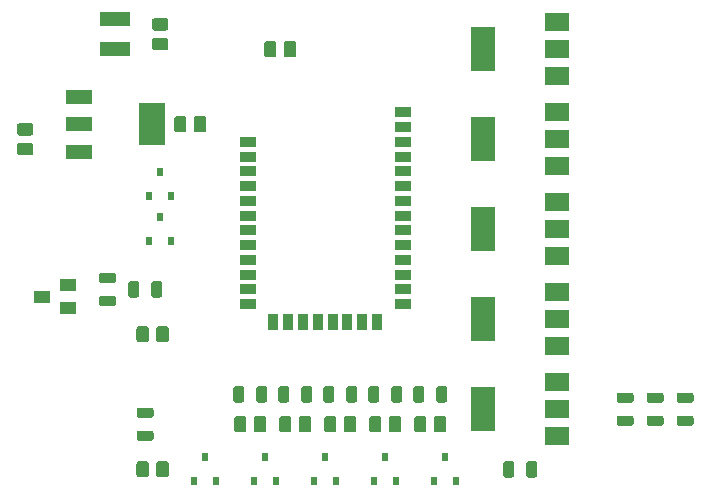
<source format=gbr>
G04 EAGLE Gerber RS-274X export*
G75*
%MOMM*%
%FSLAX34Y34*%
%LPD*%
%INSolderpaste Top*%
%IPPOS*%
%AMOC8*
5,1,8,0,0,1.08239X$1,22.5*%
G01*
%ADD10R,1.448000X0.838000*%
%ADD11R,0.838000X1.448000*%
%ADD12R,2.006600X1.498600*%
%ADD13R,2.006600X3.810000*%
%ADD14R,2.540000X1.270000*%
%ADD15R,1.400000X1.000000*%
%ADD16R,0.600000X0.700000*%
%ADD17R,2.235200X1.219200*%
%ADD18R,2.200000X3.600000*%

G36*
X144491Y549232D02*
X144491Y549232D01*
X144498Y549237D01*
X144502Y549233D01*
X144884Y549324D01*
X144888Y549329D01*
X144892Y549327D01*
X145254Y549477D01*
X145257Y549482D01*
X145261Y549480D01*
X145595Y549685D01*
X145597Y549690D01*
X145601Y549690D01*
X145900Y549945D01*
X145901Y549950D01*
X145905Y549950D01*
X146160Y550249D01*
X146161Y550255D01*
X146165Y550255D01*
X146370Y550589D01*
X146369Y550595D01*
X146374Y550596D01*
X146524Y550958D01*
X146523Y550960D01*
X146524Y550960D01*
X146522Y550963D01*
X146522Y550964D01*
X146526Y550966D01*
X146617Y551348D01*
X146615Y551353D01*
X146617Y551354D01*
X146618Y551355D01*
X146649Y551746D01*
X146647Y551749D01*
X146649Y551750D01*
X146649Y557250D01*
X146647Y557252D01*
X146649Y557254D01*
X146618Y557645D01*
X146614Y557649D01*
X146617Y557652D01*
X146526Y558034D01*
X146521Y558038D01*
X146524Y558042D01*
X146374Y558404D01*
X146368Y558407D01*
X146370Y558411D01*
X146165Y558745D01*
X146160Y558747D01*
X146160Y558751D01*
X145905Y559050D01*
X145900Y559051D01*
X145900Y559055D01*
X145601Y559310D01*
X145595Y559311D01*
X145595Y559315D01*
X145261Y559520D01*
X145255Y559519D01*
X145254Y559524D01*
X144892Y559674D01*
X144886Y559672D01*
X144884Y559676D01*
X144502Y559767D01*
X144497Y559765D01*
X144495Y559768D01*
X144104Y559799D01*
X144101Y559797D01*
X144100Y559799D01*
X134909Y559768D01*
X134902Y559763D01*
X134898Y559767D01*
X134516Y559676D01*
X134512Y559671D01*
X134508Y559674D01*
X134146Y559524D01*
X134143Y559518D01*
X134139Y559520D01*
X133805Y559315D01*
X133803Y559310D01*
X133799Y559310D01*
X133500Y559055D01*
X133499Y559050D01*
X133495Y559050D01*
X133240Y558751D01*
X133239Y558745D01*
X133235Y558745D01*
X133030Y558411D01*
X133031Y558405D01*
X133027Y558404D01*
X132877Y558042D01*
X132878Y558036D01*
X132874Y558034D01*
X132783Y557652D01*
X132785Y557647D01*
X132782Y557645D01*
X132751Y557254D01*
X132753Y557251D01*
X132751Y557250D01*
X132751Y551750D01*
X132753Y551748D01*
X132751Y551746D01*
X132782Y551355D01*
X132786Y551351D01*
X132783Y551348D01*
X132874Y550966D01*
X132879Y550962D01*
X132877Y550958D01*
X133027Y550596D01*
X133032Y550593D01*
X133030Y550589D01*
X133235Y550255D01*
X133240Y550253D01*
X133240Y550249D01*
X133495Y549950D01*
X133500Y549949D01*
X133500Y549945D01*
X133799Y549690D01*
X133805Y549689D01*
X133805Y549685D01*
X134139Y549480D01*
X134145Y549481D01*
X134146Y549477D01*
X134508Y549327D01*
X134514Y549328D01*
X134516Y549324D01*
X134898Y549233D01*
X134903Y549235D01*
X134905Y549232D01*
X135296Y549201D01*
X135299Y549203D01*
X135300Y549201D01*
X144491Y549232D01*
G37*
G36*
X144491Y532432D02*
X144491Y532432D01*
X144498Y532437D01*
X144502Y532433D01*
X144884Y532524D01*
X144888Y532529D01*
X144892Y532527D01*
X145254Y532677D01*
X145257Y532682D01*
X145261Y532680D01*
X145595Y532885D01*
X145597Y532890D01*
X145601Y532890D01*
X145900Y533145D01*
X145901Y533150D01*
X145905Y533150D01*
X146160Y533449D01*
X146161Y533455D01*
X146165Y533455D01*
X146370Y533789D01*
X146369Y533795D01*
X146374Y533796D01*
X146524Y534158D01*
X146523Y534160D01*
X146524Y534160D01*
X146522Y534163D01*
X146522Y534164D01*
X146526Y534166D01*
X146617Y534548D01*
X146615Y534553D01*
X146617Y534554D01*
X146618Y534555D01*
X146649Y534946D01*
X146647Y534949D01*
X146649Y534950D01*
X146649Y540450D01*
X146647Y540452D01*
X146649Y540454D01*
X146618Y540845D01*
X146614Y540849D01*
X146617Y540852D01*
X146526Y541234D01*
X146521Y541238D01*
X146524Y541242D01*
X146374Y541604D01*
X146368Y541607D01*
X146370Y541611D01*
X146165Y541945D01*
X146160Y541947D01*
X146160Y541951D01*
X145905Y542250D01*
X145900Y542251D01*
X145900Y542255D01*
X145601Y542510D01*
X145595Y542511D01*
X145595Y542515D01*
X145261Y542720D01*
X145255Y542719D01*
X145254Y542724D01*
X144892Y542874D01*
X144886Y542872D01*
X144884Y542876D01*
X144502Y542967D01*
X144497Y542965D01*
X144495Y542968D01*
X144104Y542999D01*
X144101Y542997D01*
X144100Y542999D01*
X134909Y542968D01*
X134902Y542963D01*
X134898Y542967D01*
X134516Y542876D01*
X134512Y542871D01*
X134508Y542874D01*
X134146Y542724D01*
X134143Y542718D01*
X134139Y542720D01*
X133805Y542515D01*
X133803Y542510D01*
X133799Y542510D01*
X133500Y542255D01*
X133499Y542250D01*
X133495Y542250D01*
X133240Y541951D01*
X133239Y541945D01*
X133235Y541945D01*
X133030Y541611D01*
X133031Y541605D01*
X133027Y541604D01*
X132877Y541242D01*
X132878Y541236D01*
X132874Y541234D01*
X132783Y540852D01*
X132785Y540847D01*
X132782Y540845D01*
X132751Y540454D01*
X132753Y540451D01*
X132751Y540450D01*
X132751Y534950D01*
X132753Y534948D01*
X132751Y534946D01*
X132782Y534555D01*
X132786Y534551D01*
X132783Y534548D01*
X132874Y534166D01*
X132879Y534162D01*
X132877Y534158D01*
X133027Y533796D01*
X133032Y533793D01*
X133030Y533789D01*
X133235Y533455D01*
X133240Y533453D01*
X133240Y533449D01*
X133495Y533150D01*
X133500Y533149D01*
X133500Y533145D01*
X133799Y532890D01*
X133805Y532889D01*
X133805Y532885D01*
X134139Y532680D01*
X134145Y532681D01*
X134146Y532677D01*
X134508Y532527D01*
X134514Y532528D01*
X134516Y532524D01*
X134898Y532433D01*
X134903Y532435D01*
X134905Y532432D01*
X135296Y532401D01*
X135299Y532403D01*
X135300Y532401D01*
X144491Y532432D01*
G37*
G36*
X252452Y526453D02*
X252452Y526453D01*
X252454Y526451D01*
X252845Y526482D01*
X252849Y526486D01*
X252852Y526483D01*
X253234Y526574D01*
X253238Y526579D01*
X253242Y526577D01*
X253604Y526727D01*
X253607Y526732D01*
X253611Y526730D01*
X253945Y526935D01*
X253947Y526940D01*
X253951Y526940D01*
X254250Y527195D01*
X254251Y527200D01*
X254255Y527200D01*
X254510Y527499D01*
X254511Y527505D01*
X254515Y527505D01*
X254720Y527839D01*
X254719Y527845D01*
X254724Y527846D01*
X254874Y528208D01*
X254873Y528210D01*
X254874Y528210D01*
X254872Y528213D01*
X254872Y528214D01*
X254876Y528216D01*
X254967Y528598D01*
X254965Y528603D01*
X254967Y528604D01*
X254968Y528605D01*
X254999Y528996D01*
X254997Y528999D01*
X254999Y529000D01*
X254968Y538191D01*
X254963Y538198D01*
X254967Y538202D01*
X254876Y538584D01*
X254871Y538588D01*
X254874Y538592D01*
X254724Y538954D01*
X254718Y538957D01*
X254720Y538961D01*
X254515Y539295D01*
X254510Y539297D01*
X254510Y539301D01*
X254255Y539600D01*
X254250Y539601D01*
X254250Y539605D01*
X253951Y539860D01*
X253945Y539861D01*
X253945Y539865D01*
X253611Y540070D01*
X253605Y540069D01*
X253604Y540074D01*
X253242Y540224D01*
X253236Y540222D01*
X253234Y540226D01*
X252852Y540317D01*
X252847Y540315D01*
X252845Y540318D01*
X252454Y540349D01*
X252451Y540347D01*
X252450Y540349D01*
X246950Y540349D01*
X246948Y540347D01*
X246946Y540349D01*
X246555Y540318D01*
X246551Y540314D01*
X246548Y540317D01*
X246166Y540226D01*
X246162Y540221D01*
X246158Y540224D01*
X245796Y540074D01*
X245793Y540068D01*
X245789Y540070D01*
X245455Y539865D01*
X245453Y539860D01*
X245449Y539860D01*
X245150Y539605D01*
X245149Y539600D01*
X245145Y539600D01*
X244890Y539301D01*
X244889Y539295D01*
X244885Y539295D01*
X244680Y538961D01*
X244681Y538955D01*
X244677Y538954D01*
X244527Y538592D01*
X244528Y538586D01*
X244524Y538584D01*
X244433Y538202D01*
X244435Y538197D01*
X244432Y538195D01*
X244401Y537804D01*
X244403Y537801D01*
X244401Y537800D01*
X244432Y528609D01*
X244437Y528602D01*
X244433Y528598D01*
X244524Y528216D01*
X244529Y528212D01*
X244527Y528208D01*
X244677Y527846D01*
X244682Y527843D01*
X244680Y527839D01*
X244885Y527505D01*
X244890Y527503D01*
X244890Y527499D01*
X245145Y527200D01*
X245150Y527199D01*
X245150Y527195D01*
X245449Y526940D01*
X245455Y526939D01*
X245455Y526935D01*
X245789Y526730D01*
X245795Y526731D01*
X245796Y526727D01*
X246158Y526577D01*
X246164Y526578D01*
X246166Y526574D01*
X246548Y526483D01*
X246553Y526485D01*
X246555Y526482D01*
X246946Y526451D01*
X246949Y526453D01*
X246950Y526451D01*
X252450Y526451D01*
X252452Y526453D01*
G37*
G36*
X235652Y526453D02*
X235652Y526453D01*
X235654Y526451D01*
X236045Y526482D01*
X236049Y526486D01*
X236052Y526483D01*
X236434Y526574D01*
X236438Y526579D01*
X236442Y526577D01*
X236804Y526727D01*
X236807Y526732D01*
X236811Y526730D01*
X237145Y526935D01*
X237147Y526940D01*
X237151Y526940D01*
X237450Y527195D01*
X237451Y527200D01*
X237455Y527200D01*
X237710Y527499D01*
X237711Y527505D01*
X237715Y527505D01*
X237920Y527839D01*
X237919Y527845D01*
X237924Y527846D01*
X238074Y528208D01*
X238073Y528210D01*
X238074Y528210D01*
X238072Y528213D01*
X238072Y528214D01*
X238076Y528216D01*
X238167Y528598D01*
X238165Y528603D01*
X238167Y528604D01*
X238168Y528605D01*
X238199Y528996D01*
X238197Y528999D01*
X238199Y529000D01*
X238168Y538191D01*
X238163Y538198D01*
X238167Y538202D01*
X238076Y538584D01*
X238071Y538588D01*
X238074Y538592D01*
X237924Y538954D01*
X237918Y538957D01*
X237920Y538961D01*
X237715Y539295D01*
X237710Y539297D01*
X237710Y539301D01*
X237455Y539600D01*
X237450Y539601D01*
X237450Y539605D01*
X237151Y539860D01*
X237145Y539861D01*
X237145Y539865D01*
X236811Y540070D01*
X236805Y540069D01*
X236804Y540074D01*
X236442Y540224D01*
X236436Y540222D01*
X236434Y540226D01*
X236052Y540317D01*
X236047Y540315D01*
X236045Y540318D01*
X235654Y540349D01*
X235651Y540347D01*
X235650Y540349D01*
X230150Y540349D01*
X230148Y540347D01*
X230146Y540349D01*
X229755Y540318D01*
X229751Y540314D01*
X229748Y540317D01*
X229366Y540226D01*
X229362Y540221D01*
X229358Y540224D01*
X228996Y540074D01*
X228993Y540068D01*
X228989Y540070D01*
X228655Y539865D01*
X228653Y539860D01*
X228649Y539860D01*
X228350Y539605D01*
X228349Y539600D01*
X228345Y539600D01*
X228090Y539301D01*
X228089Y539295D01*
X228085Y539295D01*
X227880Y538961D01*
X227881Y538955D01*
X227877Y538954D01*
X227727Y538592D01*
X227728Y538586D01*
X227724Y538584D01*
X227633Y538202D01*
X227635Y538197D01*
X227632Y538195D01*
X227601Y537804D01*
X227603Y537801D01*
X227601Y537800D01*
X227632Y528609D01*
X227637Y528602D01*
X227633Y528598D01*
X227724Y528216D01*
X227729Y528212D01*
X227727Y528208D01*
X227877Y527846D01*
X227882Y527843D01*
X227880Y527839D01*
X228085Y527505D01*
X228090Y527503D01*
X228090Y527499D01*
X228345Y527200D01*
X228350Y527199D01*
X228350Y527195D01*
X228649Y526940D01*
X228655Y526939D01*
X228655Y526935D01*
X228989Y526730D01*
X228995Y526731D01*
X228996Y526727D01*
X229358Y526577D01*
X229364Y526578D01*
X229366Y526574D01*
X229748Y526483D01*
X229753Y526485D01*
X229755Y526482D01*
X230146Y526451D01*
X230149Y526453D01*
X230150Y526451D01*
X235650Y526451D01*
X235652Y526453D01*
G37*
G36*
X176252Y462953D02*
X176252Y462953D01*
X176254Y462951D01*
X176645Y462982D01*
X176649Y462986D01*
X176652Y462983D01*
X177034Y463074D01*
X177038Y463079D01*
X177042Y463077D01*
X177404Y463227D01*
X177407Y463232D01*
X177411Y463230D01*
X177745Y463435D01*
X177747Y463440D01*
X177751Y463440D01*
X178050Y463695D01*
X178051Y463700D01*
X178055Y463700D01*
X178310Y463999D01*
X178311Y464005D01*
X178315Y464005D01*
X178520Y464339D01*
X178519Y464345D01*
X178524Y464346D01*
X178674Y464708D01*
X178673Y464710D01*
X178674Y464710D01*
X178672Y464713D01*
X178672Y464714D01*
X178676Y464716D01*
X178767Y465098D01*
X178765Y465103D01*
X178767Y465104D01*
X178768Y465105D01*
X178799Y465496D01*
X178797Y465499D01*
X178799Y465500D01*
X178768Y474691D01*
X178763Y474698D01*
X178767Y474702D01*
X178676Y475084D01*
X178671Y475088D01*
X178674Y475092D01*
X178524Y475454D01*
X178518Y475457D01*
X178520Y475461D01*
X178315Y475795D01*
X178310Y475797D01*
X178310Y475801D01*
X178055Y476100D01*
X178050Y476101D01*
X178050Y476105D01*
X177751Y476360D01*
X177745Y476361D01*
X177745Y476365D01*
X177411Y476570D01*
X177405Y476569D01*
X177404Y476574D01*
X177042Y476724D01*
X177036Y476722D01*
X177034Y476726D01*
X176652Y476817D01*
X176647Y476815D01*
X176645Y476818D01*
X176254Y476849D01*
X176251Y476847D01*
X176250Y476849D01*
X170750Y476849D01*
X170748Y476847D01*
X170746Y476849D01*
X170355Y476818D01*
X170351Y476814D01*
X170348Y476817D01*
X169966Y476726D01*
X169962Y476721D01*
X169958Y476724D01*
X169596Y476574D01*
X169593Y476568D01*
X169589Y476570D01*
X169255Y476365D01*
X169253Y476360D01*
X169249Y476360D01*
X168950Y476105D01*
X168949Y476100D01*
X168945Y476100D01*
X168690Y475801D01*
X168689Y475795D01*
X168685Y475795D01*
X168480Y475461D01*
X168481Y475455D01*
X168477Y475454D01*
X168327Y475092D01*
X168328Y475086D01*
X168324Y475084D01*
X168233Y474702D01*
X168235Y474697D01*
X168232Y474695D01*
X168201Y474304D01*
X168203Y474301D01*
X168201Y474300D01*
X168232Y465109D01*
X168237Y465102D01*
X168233Y465098D01*
X168324Y464716D01*
X168329Y464712D01*
X168327Y464708D01*
X168477Y464346D01*
X168482Y464343D01*
X168480Y464339D01*
X168685Y464005D01*
X168690Y464003D01*
X168690Y463999D01*
X168945Y463700D01*
X168950Y463699D01*
X168950Y463695D01*
X169249Y463440D01*
X169255Y463439D01*
X169255Y463435D01*
X169589Y463230D01*
X169595Y463231D01*
X169596Y463227D01*
X169958Y463077D01*
X169964Y463078D01*
X169966Y463074D01*
X170348Y462983D01*
X170353Y462985D01*
X170355Y462982D01*
X170746Y462951D01*
X170749Y462953D01*
X170750Y462951D01*
X176250Y462951D01*
X176252Y462953D01*
G37*
G36*
X159452Y462953D02*
X159452Y462953D01*
X159454Y462951D01*
X159845Y462982D01*
X159849Y462986D01*
X159852Y462983D01*
X160234Y463074D01*
X160238Y463079D01*
X160242Y463077D01*
X160604Y463227D01*
X160607Y463232D01*
X160611Y463230D01*
X160945Y463435D01*
X160947Y463440D01*
X160951Y463440D01*
X161250Y463695D01*
X161251Y463700D01*
X161255Y463700D01*
X161510Y463999D01*
X161511Y464005D01*
X161515Y464005D01*
X161720Y464339D01*
X161719Y464345D01*
X161724Y464346D01*
X161874Y464708D01*
X161873Y464710D01*
X161874Y464710D01*
X161872Y464713D01*
X161872Y464714D01*
X161876Y464716D01*
X161967Y465098D01*
X161965Y465103D01*
X161967Y465104D01*
X161968Y465105D01*
X161999Y465496D01*
X161997Y465499D01*
X161999Y465500D01*
X161968Y474691D01*
X161963Y474698D01*
X161967Y474702D01*
X161876Y475084D01*
X161871Y475088D01*
X161874Y475092D01*
X161724Y475454D01*
X161718Y475457D01*
X161720Y475461D01*
X161515Y475795D01*
X161510Y475797D01*
X161510Y475801D01*
X161255Y476100D01*
X161250Y476101D01*
X161250Y476105D01*
X160951Y476360D01*
X160945Y476361D01*
X160945Y476365D01*
X160611Y476570D01*
X160605Y476569D01*
X160604Y476574D01*
X160242Y476724D01*
X160236Y476722D01*
X160234Y476726D01*
X159852Y476817D01*
X159847Y476815D01*
X159845Y476818D01*
X159454Y476849D01*
X159451Y476847D01*
X159450Y476849D01*
X153950Y476849D01*
X153948Y476847D01*
X153946Y476849D01*
X153555Y476818D01*
X153551Y476814D01*
X153548Y476817D01*
X153166Y476726D01*
X153162Y476721D01*
X153158Y476724D01*
X152796Y476574D01*
X152793Y476568D01*
X152789Y476570D01*
X152455Y476365D01*
X152453Y476360D01*
X152449Y476360D01*
X152150Y476105D01*
X152149Y476100D01*
X152145Y476100D01*
X151890Y475801D01*
X151889Y475795D01*
X151885Y475795D01*
X151680Y475461D01*
X151681Y475455D01*
X151677Y475454D01*
X151527Y475092D01*
X151528Y475086D01*
X151524Y475084D01*
X151433Y474702D01*
X151435Y474697D01*
X151432Y474695D01*
X151401Y474304D01*
X151403Y474301D01*
X151401Y474300D01*
X151432Y465109D01*
X151437Y465102D01*
X151433Y465098D01*
X151524Y464716D01*
X151529Y464712D01*
X151527Y464708D01*
X151677Y464346D01*
X151682Y464343D01*
X151680Y464339D01*
X151885Y464005D01*
X151890Y464003D01*
X151890Y463999D01*
X152145Y463700D01*
X152150Y463699D01*
X152150Y463695D01*
X152449Y463440D01*
X152455Y463439D01*
X152455Y463435D01*
X152789Y463230D01*
X152795Y463231D01*
X152796Y463227D01*
X153158Y463077D01*
X153164Y463078D01*
X153166Y463074D01*
X153548Y462983D01*
X153553Y462985D01*
X153555Y462982D01*
X153946Y462951D01*
X153949Y462953D01*
X153950Y462951D01*
X159450Y462951D01*
X159452Y462953D01*
G37*
G36*
X30191Y460332D02*
X30191Y460332D01*
X30198Y460337D01*
X30202Y460333D01*
X30584Y460424D01*
X30588Y460429D01*
X30592Y460427D01*
X30954Y460577D01*
X30957Y460582D01*
X30961Y460580D01*
X31295Y460785D01*
X31297Y460790D01*
X31301Y460790D01*
X31600Y461045D01*
X31601Y461050D01*
X31605Y461050D01*
X31860Y461349D01*
X31861Y461355D01*
X31865Y461355D01*
X32070Y461689D01*
X32069Y461695D01*
X32074Y461696D01*
X32224Y462058D01*
X32223Y462060D01*
X32224Y462060D01*
X32222Y462063D01*
X32222Y462064D01*
X32226Y462066D01*
X32317Y462448D01*
X32315Y462453D01*
X32317Y462454D01*
X32318Y462455D01*
X32349Y462846D01*
X32347Y462849D01*
X32349Y462850D01*
X32349Y468350D01*
X32347Y468352D01*
X32349Y468354D01*
X32318Y468745D01*
X32314Y468749D01*
X32317Y468752D01*
X32226Y469134D01*
X32221Y469138D01*
X32224Y469142D01*
X32074Y469504D01*
X32068Y469507D01*
X32070Y469511D01*
X31865Y469845D01*
X31860Y469847D01*
X31860Y469851D01*
X31605Y470150D01*
X31600Y470151D01*
X31600Y470155D01*
X31301Y470410D01*
X31295Y470411D01*
X31295Y470415D01*
X30961Y470620D01*
X30955Y470619D01*
X30954Y470624D01*
X30592Y470774D01*
X30586Y470772D01*
X30584Y470776D01*
X30202Y470867D01*
X30197Y470865D01*
X30195Y470868D01*
X29804Y470899D01*
X29801Y470897D01*
X29800Y470899D01*
X20609Y470868D01*
X20602Y470863D01*
X20598Y470867D01*
X20216Y470776D01*
X20212Y470771D01*
X20208Y470774D01*
X19846Y470624D01*
X19843Y470618D01*
X19839Y470620D01*
X19505Y470415D01*
X19503Y470410D01*
X19499Y470410D01*
X19200Y470155D01*
X19199Y470150D01*
X19195Y470150D01*
X18940Y469851D01*
X18939Y469845D01*
X18935Y469845D01*
X18730Y469511D01*
X18731Y469505D01*
X18727Y469504D01*
X18577Y469142D01*
X18578Y469136D01*
X18574Y469134D01*
X18483Y468752D01*
X18485Y468747D01*
X18482Y468745D01*
X18451Y468354D01*
X18453Y468351D01*
X18451Y468350D01*
X18451Y462850D01*
X18453Y462848D01*
X18451Y462846D01*
X18482Y462455D01*
X18486Y462451D01*
X18483Y462448D01*
X18574Y462066D01*
X18579Y462062D01*
X18577Y462058D01*
X18727Y461696D01*
X18732Y461693D01*
X18730Y461689D01*
X18935Y461355D01*
X18940Y461353D01*
X18940Y461349D01*
X19195Y461050D01*
X19200Y461049D01*
X19200Y461045D01*
X19499Y460790D01*
X19505Y460789D01*
X19505Y460785D01*
X19839Y460580D01*
X19845Y460581D01*
X19846Y460577D01*
X20208Y460427D01*
X20214Y460428D01*
X20216Y460424D01*
X20598Y460333D01*
X20603Y460335D01*
X20605Y460332D01*
X20996Y460301D01*
X20999Y460303D01*
X21000Y460301D01*
X30191Y460332D01*
G37*
G36*
X30191Y443532D02*
X30191Y443532D01*
X30198Y443537D01*
X30202Y443533D01*
X30584Y443624D01*
X30588Y443629D01*
X30592Y443627D01*
X30954Y443777D01*
X30957Y443782D01*
X30961Y443780D01*
X31295Y443985D01*
X31297Y443990D01*
X31301Y443990D01*
X31600Y444245D01*
X31601Y444250D01*
X31605Y444250D01*
X31860Y444549D01*
X31861Y444555D01*
X31865Y444555D01*
X32070Y444889D01*
X32069Y444895D01*
X32074Y444896D01*
X32224Y445258D01*
X32223Y445260D01*
X32224Y445260D01*
X32222Y445263D01*
X32222Y445264D01*
X32226Y445266D01*
X32317Y445648D01*
X32315Y445653D01*
X32317Y445654D01*
X32318Y445655D01*
X32349Y446046D01*
X32347Y446049D01*
X32349Y446050D01*
X32349Y451550D01*
X32347Y451552D01*
X32349Y451554D01*
X32318Y451945D01*
X32314Y451949D01*
X32317Y451952D01*
X32226Y452334D01*
X32221Y452338D01*
X32224Y452342D01*
X32074Y452704D01*
X32068Y452707D01*
X32070Y452711D01*
X31865Y453045D01*
X31860Y453047D01*
X31860Y453051D01*
X31605Y453350D01*
X31600Y453351D01*
X31600Y453355D01*
X31301Y453610D01*
X31295Y453611D01*
X31295Y453615D01*
X30961Y453820D01*
X30955Y453819D01*
X30954Y453824D01*
X30592Y453974D01*
X30586Y453972D01*
X30584Y453976D01*
X30202Y454067D01*
X30197Y454065D01*
X30195Y454068D01*
X29804Y454099D01*
X29801Y454097D01*
X29800Y454099D01*
X20609Y454068D01*
X20602Y454063D01*
X20598Y454067D01*
X20216Y453976D01*
X20212Y453971D01*
X20208Y453974D01*
X19846Y453824D01*
X19843Y453818D01*
X19839Y453820D01*
X19505Y453615D01*
X19503Y453610D01*
X19499Y453610D01*
X19200Y453355D01*
X19199Y453350D01*
X19195Y453350D01*
X18940Y453051D01*
X18939Y453045D01*
X18935Y453045D01*
X18730Y452711D01*
X18731Y452705D01*
X18727Y452704D01*
X18577Y452342D01*
X18578Y452336D01*
X18574Y452334D01*
X18483Y451952D01*
X18485Y451947D01*
X18482Y451945D01*
X18451Y451554D01*
X18453Y451551D01*
X18451Y451550D01*
X18451Y446050D01*
X18453Y446048D01*
X18451Y446046D01*
X18482Y445655D01*
X18486Y445651D01*
X18483Y445648D01*
X18574Y445266D01*
X18579Y445262D01*
X18577Y445258D01*
X18727Y444896D01*
X18732Y444893D01*
X18730Y444889D01*
X18935Y444555D01*
X18940Y444553D01*
X18940Y444549D01*
X19195Y444250D01*
X19200Y444249D01*
X19200Y444245D01*
X19499Y443990D01*
X19505Y443989D01*
X19505Y443985D01*
X19839Y443780D01*
X19845Y443781D01*
X19846Y443777D01*
X20208Y443627D01*
X20214Y443628D01*
X20216Y443624D01*
X20598Y443533D01*
X20603Y443535D01*
X20605Y443532D01*
X20996Y443501D01*
X20999Y443503D01*
X21000Y443501D01*
X30191Y443532D01*
G37*
G36*
X144502Y170853D02*
X144502Y170853D01*
X144504Y170851D01*
X144895Y170882D01*
X144899Y170886D01*
X144902Y170883D01*
X145284Y170974D01*
X145288Y170979D01*
X145292Y170977D01*
X145654Y171127D01*
X145657Y171132D01*
X145661Y171130D01*
X145995Y171335D01*
X145997Y171340D01*
X146001Y171340D01*
X146300Y171595D01*
X146301Y171600D01*
X146305Y171600D01*
X146560Y171899D01*
X146561Y171905D01*
X146565Y171905D01*
X146770Y172239D01*
X146769Y172245D01*
X146774Y172246D01*
X146924Y172608D01*
X146923Y172610D01*
X146924Y172610D01*
X146922Y172613D01*
X146922Y172614D01*
X146926Y172616D01*
X147017Y172998D01*
X147015Y173003D01*
X147017Y173004D01*
X147018Y173005D01*
X147049Y173396D01*
X147047Y173399D01*
X147049Y173400D01*
X147018Y182591D01*
X147013Y182598D01*
X147017Y182602D01*
X146926Y182984D01*
X146921Y182988D01*
X146924Y182992D01*
X146774Y183354D01*
X146768Y183357D01*
X146770Y183361D01*
X146565Y183695D01*
X146560Y183697D01*
X146560Y183701D01*
X146305Y184000D01*
X146300Y184001D01*
X146300Y184005D01*
X146001Y184260D01*
X145995Y184261D01*
X145995Y184265D01*
X145661Y184470D01*
X145655Y184469D01*
X145654Y184474D01*
X145292Y184624D01*
X145286Y184622D01*
X145284Y184626D01*
X144902Y184717D01*
X144897Y184715D01*
X144895Y184718D01*
X144504Y184749D01*
X144501Y184747D01*
X144500Y184749D01*
X139000Y184749D01*
X138998Y184747D01*
X138996Y184749D01*
X138605Y184718D01*
X138601Y184714D01*
X138598Y184717D01*
X138216Y184626D01*
X138212Y184621D01*
X138208Y184624D01*
X137846Y184474D01*
X137843Y184468D01*
X137839Y184470D01*
X137505Y184265D01*
X137503Y184260D01*
X137499Y184260D01*
X137200Y184005D01*
X137199Y184000D01*
X137195Y184000D01*
X136940Y183701D01*
X136939Y183695D01*
X136935Y183695D01*
X136730Y183361D01*
X136731Y183355D01*
X136727Y183354D01*
X136577Y182992D01*
X136578Y182986D01*
X136574Y182984D01*
X136483Y182602D01*
X136485Y182597D01*
X136482Y182595D01*
X136451Y182204D01*
X136453Y182201D01*
X136451Y182200D01*
X136482Y173009D01*
X136487Y173002D01*
X136483Y172998D01*
X136574Y172616D01*
X136579Y172612D01*
X136577Y172608D01*
X136727Y172246D01*
X136732Y172243D01*
X136730Y172239D01*
X136935Y171905D01*
X136940Y171903D01*
X136940Y171899D01*
X137195Y171600D01*
X137200Y171599D01*
X137200Y171595D01*
X137499Y171340D01*
X137505Y171339D01*
X137505Y171335D01*
X137839Y171130D01*
X137845Y171131D01*
X137846Y171127D01*
X138208Y170977D01*
X138214Y170978D01*
X138216Y170974D01*
X138598Y170883D01*
X138603Y170885D01*
X138605Y170882D01*
X138996Y170851D01*
X138999Y170853D01*
X139000Y170851D01*
X144500Y170851D01*
X144502Y170853D01*
G37*
G36*
X362652Y208953D02*
X362652Y208953D01*
X362654Y208951D01*
X363045Y208982D01*
X363049Y208986D01*
X363052Y208983D01*
X363434Y209074D01*
X363438Y209079D01*
X363442Y209077D01*
X363804Y209227D01*
X363807Y209232D01*
X363811Y209230D01*
X364145Y209435D01*
X364147Y209440D01*
X364151Y209440D01*
X364450Y209695D01*
X364451Y209700D01*
X364455Y209700D01*
X364710Y209999D01*
X364711Y210005D01*
X364715Y210005D01*
X364920Y210339D01*
X364919Y210345D01*
X364924Y210346D01*
X365074Y210708D01*
X365073Y210710D01*
X365074Y210710D01*
X365072Y210713D01*
X365072Y210714D01*
X365076Y210716D01*
X365167Y211098D01*
X365165Y211103D01*
X365167Y211104D01*
X365168Y211105D01*
X365199Y211496D01*
X365197Y211499D01*
X365199Y211500D01*
X365168Y220691D01*
X365163Y220698D01*
X365167Y220702D01*
X365076Y221084D01*
X365071Y221088D01*
X365074Y221092D01*
X364924Y221454D01*
X364918Y221457D01*
X364920Y221461D01*
X364715Y221795D01*
X364710Y221797D01*
X364710Y221801D01*
X364455Y222100D01*
X364450Y222101D01*
X364450Y222105D01*
X364151Y222360D01*
X364145Y222361D01*
X364145Y222365D01*
X363811Y222570D01*
X363805Y222569D01*
X363804Y222574D01*
X363442Y222724D01*
X363436Y222722D01*
X363434Y222726D01*
X363052Y222817D01*
X363047Y222815D01*
X363045Y222818D01*
X362654Y222849D01*
X362651Y222847D01*
X362650Y222849D01*
X357150Y222849D01*
X357148Y222847D01*
X357146Y222849D01*
X356755Y222818D01*
X356751Y222814D01*
X356748Y222817D01*
X356366Y222726D01*
X356362Y222721D01*
X356358Y222724D01*
X355996Y222574D01*
X355993Y222568D01*
X355989Y222570D01*
X355655Y222365D01*
X355653Y222360D01*
X355649Y222360D01*
X355350Y222105D01*
X355349Y222100D01*
X355345Y222100D01*
X355090Y221801D01*
X355089Y221795D01*
X355085Y221795D01*
X354880Y221461D01*
X354881Y221455D01*
X354877Y221454D01*
X354727Y221092D01*
X354728Y221086D01*
X354724Y221084D01*
X354633Y220702D01*
X354635Y220697D01*
X354632Y220695D01*
X354601Y220304D01*
X354603Y220301D01*
X354601Y220300D01*
X354632Y211109D01*
X354637Y211102D01*
X354633Y211098D01*
X354724Y210716D01*
X354729Y210712D01*
X354727Y210708D01*
X354877Y210346D01*
X354882Y210343D01*
X354880Y210339D01*
X355085Y210005D01*
X355090Y210003D01*
X355090Y209999D01*
X355345Y209700D01*
X355350Y209699D01*
X355350Y209695D01*
X355649Y209440D01*
X355655Y209439D01*
X355655Y209435D01*
X355989Y209230D01*
X355995Y209231D01*
X355996Y209227D01*
X356358Y209077D01*
X356364Y209078D01*
X356366Y209074D01*
X356748Y208983D01*
X356753Y208985D01*
X356755Y208982D01*
X357146Y208951D01*
X357149Y208953D01*
X357150Y208951D01*
X362650Y208951D01*
X362652Y208953D01*
G37*
G36*
X265152Y208953D02*
X265152Y208953D01*
X265154Y208951D01*
X265545Y208982D01*
X265549Y208986D01*
X265552Y208983D01*
X265934Y209074D01*
X265938Y209079D01*
X265942Y209077D01*
X266304Y209227D01*
X266307Y209232D01*
X266311Y209230D01*
X266645Y209435D01*
X266647Y209440D01*
X266651Y209440D01*
X266950Y209695D01*
X266951Y209700D01*
X266955Y209700D01*
X267210Y209999D01*
X267211Y210005D01*
X267215Y210005D01*
X267420Y210339D01*
X267419Y210345D01*
X267424Y210346D01*
X267574Y210708D01*
X267573Y210710D01*
X267574Y210710D01*
X267572Y210713D01*
X267572Y210714D01*
X267576Y210716D01*
X267667Y211098D01*
X267665Y211103D01*
X267667Y211104D01*
X267668Y211105D01*
X267699Y211496D01*
X267697Y211499D01*
X267699Y211500D01*
X267668Y220691D01*
X267663Y220698D01*
X267667Y220702D01*
X267576Y221084D01*
X267571Y221088D01*
X267574Y221092D01*
X267424Y221454D01*
X267418Y221457D01*
X267420Y221461D01*
X267215Y221795D01*
X267210Y221797D01*
X267210Y221801D01*
X266955Y222100D01*
X266950Y222101D01*
X266950Y222105D01*
X266651Y222360D01*
X266645Y222361D01*
X266645Y222365D01*
X266311Y222570D01*
X266305Y222569D01*
X266304Y222574D01*
X265942Y222724D01*
X265936Y222722D01*
X265934Y222726D01*
X265552Y222817D01*
X265547Y222815D01*
X265545Y222818D01*
X265154Y222849D01*
X265151Y222847D01*
X265150Y222849D01*
X259650Y222849D01*
X259648Y222847D01*
X259646Y222849D01*
X259255Y222818D01*
X259251Y222814D01*
X259248Y222817D01*
X258866Y222726D01*
X258862Y222721D01*
X258858Y222724D01*
X258496Y222574D01*
X258493Y222568D01*
X258489Y222570D01*
X258155Y222365D01*
X258153Y222360D01*
X258149Y222360D01*
X257850Y222105D01*
X257849Y222100D01*
X257845Y222100D01*
X257590Y221801D01*
X257589Y221795D01*
X257585Y221795D01*
X257380Y221461D01*
X257381Y221455D01*
X257377Y221454D01*
X257227Y221092D01*
X257228Y221086D01*
X257224Y221084D01*
X257133Y220702D01*
X257135Y220697D01*
X257132Y220695D01*
X257101Y220304D01*
X257103Y220301D01*
X257101Y220300D01*
X257132Y211109D01*
X257137Y211102D01*
X257133Y211098D01*
X257224Y210716D01*
X257229Y210712D01*
X257227Y210708D01*
X257377Y210346D01*
X257382Y210343D01*
X257380Y210339D01*
X257585Y210005D01*
X257590Y210003D01*
X257590Y209999D01*
X257845Y209700D01*
X257850Y209699D01*
X257850Y209695D01*
X258149Y209440D01*
X258155Y209439D01*
X258155Y209435D01*
X258489Y209230D01*
X258495Y209231D01*
X258496Y209227D01*
X258858Y209077D01*
X258864Y209078D01*
X258866Y209074D01*
X259248Y208983D01*
X259253Y208985D01*
X259255Y208982D01*
X259646Y208951D01*
X259649Y208953D01*
X259650Y208951D01*
X265150Y208951D01*
X265152Y208953D01*
G37*
G36*
X379452Y208953D02*
X379452Y208953D01*
X379454Y208951D01*
X379845Y208982D01*
X379849Y208986D01*
X379852Y208983D01*
X380234Y209074D01*
X380238Y209079D01*
X380242Y209077D01*
X380604Y209227D01*
X380607Y209232D01*
X380611Y209230D01*
X380945Y209435D01*
X380947Y209440D01*
X380951Y209440D01*
X381250Y209695D01*
X381251Y209700D01*
X381255Y209700D01*
X381510Y209999D01*
X381511Y210005D01*
X381515Y210005D01*
X381720Y210339D01*
X381719Y210345D01*
X381724Y210346D01*
X381874Y210708D01*
X381873Y210710D01*
X381874Y210710D01*
X381872Y210713D01*
X381872Y210714D01*
X381876Y210716D01*
X381967Y211098D01*
X381965Y211103D01*
X381967Y211104D01*
X381968Y211105D01*
X381999Y211496D01*
X381997Y211499D01*
X381999Y211500D01*
X381968Y220691D01*
X381963Y220698D01*
X381967Y220702D01*
X381876Y221084D01*
X381871Y221088D01*
X381874Y221092D01*
X381724Y221454D01*
X381718Y221457D01*
X381720Y221461D01*
X381515Y221795D01*
X381510Y221797D01*
X381510Y221801D01*
X381255Y222100D01*
X381250Y222101D01*
X381250Y222105D01*
X380951Y222360D01*
X380945Y222361D01*
X380945Y222365D01*
X380611Y222570D01*
X380605Y222569D01*
X380604Y222574D01*
X380242Y222724D01*
X380236Y222722D01*
X380234Y222726D01*
X379852Y222817D01*
X379847Y222815D01*
X379845Y222818D01*
X379454Y222849D01*
X379451Y222847D01*
X379450Y222849D01*
X373950Y222849D01*
X373948Y222847D01*
X373946Y222849D01*
X373555Y222818D01*
X373551Y222814D01*
X373548Y222817D01*
X373166Y222726D01*
X373162Y222721D01*
X373158Y222724D01*
X372796Y222574D01*
X372793Y222568D01*
X372789Y222570D01*
X372455Y222365D01*
X372453Y222360D01*
X372449Y222360D01*
X372150Y222105D01*
X372149Y222100D01*
X372145Y222100D01*
X371890Y221801D01*
X371889Y221795D01*
X371885Y221795D01*
X371680Y221461D01*
X371681Y221455D01*
X371677Y221454D01*
X371527Y221092D01*
X371528Y221086D01*
X371524Y221084D01*
X371433Y220702D01*
X371435Y220697D01*
X371432Y220695D01*
X371401Y220304D01*
X371403Y220301D01*
X371401Y220300D01*
X371432Y211109D01*
X371437Y211102D01*
X371433Y211098D01*
X371524Y210716D01*
X371529Y210712D01*
X371527Y210708D01*
X371677Y210346D01*
X371682Y210343D01*
X371680Y210339D01*
X371885Y210005D01*
X371890Y210003D01*
X371890Y209999D01*
X372145Y209700D01*
X372150Y209699D01*
X372150Y209695D01*
X372449Y209440D01*
X372455Y209439D01*
X372455Y209435D01*
X372789Y209230D01*
X372795Y209231D01*
X372796Y209227D01*
X373158Y209077D01*
X373164Y209078D01*
X373166Y209074D01*
X373548Y208983D01*
X373553Y208985D01*
X373555Y208982D01*
X373946Y208951D01*
X373949Y208953D01*
X373950Y208951D01*
X379450Y208951D01*
X379452Y208953D01*
G37*
G36*
X127702Y285153D02*
X127702Y285153D01*
X127704Y285151D01*
X128095Y285182D01*
X128099Y285186D01*
X128102Y285183D01*
X128484Y285274D01*
X128488Y285279D01*
X128492Y285277D01*
X128854Y285427D01*
X128857Y285432D01*
X128861Y285430D01*
X129195Y285635D01*
X129197Y285640D01*
X129201Y285640D01*
X129500Y285895D01*
X129501Y285900D01*
X129505Y285900D01*
X129760Y286199D01*
X129761Y286205D01*
X129765Y286205D01*
X129970Y286539D01*
X129969Y286545D01*
X129974Y286546D01*
X130124Y286908D01*
X130123Y286910D01*
X130124Y286910D01*
X130122Y286913D01*
X130122Y286914D01*
X130126Y286916D01*
X130217Y287298D01*
X130215Y287303D01*
X130217Y287304D01*
X130218Y287305D01*
X130249Y287696D01*
X130247Y287699D01*
X130249Y287700D01*
X130218Y296891D01*
X130213Y296898D01*
X130217Y296902D01*
X130126Y297284D01*
X130121Y297288D01*
X130124Y297292D01*
X129974Y297654D01*
X129968Y297657D01*
X129970Y297661D01*
X129765Y297995D01*
X129760Y297997D01*
X129760Y298001D01*
X129505Y298300D01*
X129500Y298301D01*
X129500Y298305D01*
X129201Y298560D01*
X129195Y298561D01*
X129195Y298565D01*
X128861Y298770D01*
X128855Y298769D01*
X128854Y298774D01*
X128492Y298924D01*
X128486Y298922D01*
X128484Y298926D01*
X128102Y299017D01*
X128097Y299015D01*
X128095Y299018D01*
X127704Y299049D01*
X127701Y299047D01*
X127700Y299049D01*
X122200Y299049D01*
X122198Y299047D01*
X122196Y299049D01*
X121805Y299018D01*
X121801Y299014D01*
X121798Y299017D01*
X121416Y298926D01*
X121412Y298921D01*
X121408Y298924D01*
X121046Y298774D01*
X121043Y298768D01*
X121039Y298770D01*
X120705Y298565D01*
X120703Y298560D01*
X120699Y298560D01*
X120400Y298305D01*
X120399Y298300D01*
X120395Y298300D01*
X120140Y298001D01*
X120139Y297995D01*
X120135Y297995D01*
X119930Y297661D01*
X119931Y297655D01*
X119927Y297654D01*
X119777Y297292D01*
X119778Y297286D01*
X119774Y297284D01*
X119683Y296902D01*
X119685Y296897D01*
X119682Y296895D01*
X119651Y296504D01*
X119653Y296501D01*
X119651Y296500D01*
X119682Y287309D01*
X119687Y287302D01*
X119683Y287298D01*
X119774Y286916D01*
X119779Y286912D01*
X119777Y286908D01*
X119927Y286546D01*
X119932Y286543D01*
X119930Y286539D01*
X120135Y286205D01*
X120140Y286203D01*
X120140Y286199D01*
X120395Y285900D01*
X120400Y285899D01*
X120400Y285895D01*
X120699Y285640D01*
X120705Y285639D01*
X120705Y285635D01*
X121039Y285430D01*
X121045Y285431D01*
X121046Y285427D01*
X121408Y285277D01*
X121414Y285278D01*
X121416Y285274D01*
X121798Y285183D01*
X121803Y285185D01*
X121805Y285182D01*
X122196Y285151D01*
X122199Y285153D01*
X122200Y285151D01*
X127700Y285151D01*
X127702Y285153D01*
G37*
G36*
X144502Y285153D02*
X144502Y285153D01*
X144504Y285151D01*
X144895Y285182D01*
X144899Y285186D01*
X144902Y285183D01*
X145284Y285274D01*
X145288Y285279D01*
X145292Y285277D01*
X145654Y285427D01*
X145657Y285432D01*
X145661Y285430D01*
X145995Y285635D01*
X145997Y285640D01*
X146001Y285640D01*
X146300Y285895D01*
X146301Y285900D01*
X146305Y285900D01*
X146560Y286199D01*
X146561Y286205D01*
X146565Y286205D01*
X146770Y286539D01*
X146769Y286545D01*
X146774Y286546D01*
X146924Y286908D01*
X146923Y286910D01*
X146924Y286910D01*
X146922Y286913D01*
X146922Y286914D01*
X146926Y286916D01*
X147017Y287298D01*
X147015Y287303D01*
X147017Y287304D01*
X147018Y287305D01*
X147049Y287696D01*
X147047Y287699D01*
X147049Y287700D01*
X147018Y296891D01*
X147013Y296898D01*
X147017Y296902D01*
X146926Y297284D01*
X146921Y297288D01*
X146924Y297292D01*
X146774Y297654D01*
X146768Y297657D01*
X146770Y297661D01*
X146565Y297995D01*
X146560Y297997D01*
X146560Y298001D01*
X146305Y298300D01*
X146300Y298301D01*
X146300Y298305D01*
X146001Y298560D01*
X145995Y298561D01*
X145995Y298565D01*
X145661Y298770D01*
X145655Y298769D01*
X145654Y298774D01*
X145292Y298924D01*
X145286Y298922D01*
X145284Y298926D01*
X144902Y299017D01*
X144897Y299015D01*
X144895Y299018D01*
X144504Y299049D01*
X144501Y299047D01*
X144500Y299049D01*
X139000Y299049D01*
X138998Y299047D01*
X138996Y299049D01*
X138605Y299018D01*
X138601Y299014D01*
X138598Y299017D01*
X138216Y298926D01*
X138212Y298921D01*
X138208Y298924D01*
X137846Y298774D01*
X137843Y298768D01*
X137839Y298770D01*
X137505Y298565D01*
X137503Y298560D01*
X137499Y298560D01*
X137200Y298305D01*
X137199Y298300D01*
X137195Y298300D01*
X136940Y298001D01*
X136939Y297995D01*
X136935Y297995D01*
X136730Y297661D01*
X136731Y297655D01*
X136727Y297654D01*
X136577Y297292D01*
X136578Y297286D01*
X136574Y297284D01*
X136483Y296902D01*
X136485Y296897D01*
X136482Y296895D01*
X136451Y296504D01*
X136453Y296501D01*
X136451Y296500D01*
X136482Y287309D01*
X136487Y287302D01*
X136483Y287298D01*
X136574Y286916D01*
X136579Y286912D01*
X136577Y286908D01*
X136727Y286546D01*
X136732Y286543D01*
X136730Y286539D01*
X136935Y286205D01*
X136940Y286203D01*
X136940Y286199D01*
X137195Y285900D01*
X137200Y285899D01*
X137200Y285895D01*
X137499Y285640D01*
X137505Y285639D01*
X137505Y285635D01*
X137839Y285430D01*
X137845Y285431D01*
X137846Y285427D01*
X138208Y285277D01*
X138214Y285278D01*
X138216Y285274D01*
X138598Y285183D01*
X138603Y285185D01*
X138605Y285182D01*
X138996Y285151D01*
X138999Y285153D01*
X139000Y285151D01*
X144500Y285151D01*
X144502Y285153D01*
G37*
G36*
X248352Y208953D02*
X248352Y208953D01*
X248354Y208951D01*
X248745Y208982D01*
X248749Y208986D01*
X248752Y208983D01*
X249134Y209074D01*
X249138Y209079D01*
X249142Y209077D01*
X249504Y209227D01*
X249507Y209232D01*
X249511Y209230D01*
X249845Y209435D01*
X249847Y209440D01*
X249851Y209440D01*
X250150Y209695D01*
X250151Y209700D01*
X250155Y209700D01*
X250410Y209999D01*
X250411Y210005D01*
X250415Y210005D01*
X250620Y210339D01*
X250619Y210345D01*
X250624Y210346D01*
X250774Y210708D01*
X250773Y210710D01*
X250774Y210710D01*
X250772Y210713D01*
X250772Y210714D01*
X250776Y210716D01*
X250867Y211098D01*
X250865Y211103D01*
X250867Y211104D01*
X250868Y211105D01*
X250899Y211496D01*
X250897Y211499D01*
X250899Y211500D01*
X250868Y220691D01*
X250863Y220698D01*
X250867Y220702D01*
X250776Y221084D01*
X250771Y221088D01*
X250774Y221092D01*
X250624Y221454D01*
X250618Y221457D01*
X250620Y221461D01*
X250415Y221795D01*
X250410Y221797D01*
X250410Y221801D01*
X250155Y222100D01*
X250150Y222101D01*
X250150Y222105D01*
X249851Y222360D01*
X249845Y222361D01*
X249845Y222365D01*
X249511Y222570D01*
X249505Y222569D01*
X249504Y222574D01*
X249142Y222724D01*
X249136Y222722D01*
X249134Y222726D01*
X248752Y222817D01*
X248747Y222815D01*
X248745Y222818D01*
X248354Y222849D01*
X248351Y222847D01*
X248350Y222849D01*
X242850Y222849D01*
X242848Y222847D01*
X242846Y222849D01*
X242455Y222818D01*
X242451Y222814D01*
X242448Y222817D01*
X242066Y222726D01*
X242062Y222721D01*
X242058Y222724D01*
X241696Y222574D01*
X241693Y222568D01*
X241689Y222570D01*
X241355Y222365D01*
X241353Y222360D01*
X241349Y222360D01*
X241050Y222105D01*
X241049Y222100D01*
X241045Y222100D01*
X240790Y221801D01*
X240789Y221795D01*
X240785Y221795D01*
X240580Y221461D01*
X240581Y221455D01*
X240577Y221454D01*
X240427Y221092D01*
X240428Y221086D01*
X240424Y221084D01*
X240333Y220702D01*
X240335Y220697D01*
X240332Y220695D01*
X240301Y220304D01*
X240303Y220301D01*
X240301Y220300D01*
X240332Y211109D01*
X240337Y211102D01*
X240333Y211098D01*
X240424Y210716D01*
X240429Y210712D01*
X240427Y210708D01*
X240577Y210346D01*
X240582Y210343D01*
X240580Y210339D01*
X240785Y210005D01*
X240790Y210003D01*
X240790Y209999D01*
X241045Y209700D01*
X241050Y209699D01*
X241050Y209695D01*
X241349Y209440D01*
X241355Y209439D01*
X241355Y209435D01*
X241689Y209230D01*
X241695Y209231D01*
X241696Y209227D01*
X242058Y209077D01*
X242064Y209078D01*
X242066Y209074D01*
X242448Y208983D01*
X242453Y208985D01*
X242455Y208982D01*
X242846Y208951D01*
X242849Y208953D01*
X242850Y208951D01*
X248350Y208951D01*
X248352Y208953D01*
G37*
G36*
X324552Y208953D02*
X324552Y208953D01*
X324554Y208951D01*
X324945Y208982D01*
X324949Y208986D01*
X324952Y208983D01*
X325334Y209074D01*
X325338Y209079D01*
X325342Y209077D01*
X325704Y209227D01*
X325707Y209232D01*
X325711Y209230D01*
X326045Y209435D01*
X326047Y209440D01*
X326051Y209440D01*
X326350Y209695D01*
X326351Y209700D01*
X326355Y209700D01*
X326610Y209999D01*
X326611Y210005D01*
X326615Y210005D01*
X326820Y210339D01*
X326819Y210345D01*
X326824Y210346D01*
X326974Y210708D01*
X326973Y210710D01*
X326974Y210710D01*
X326972Y210713D01*
X326972Y210714D01*
X326976Y210716D01*
X327067Y211098D01*
X327065Y211103D01*
X327067Y211104D01*
X327068Y211105D01*
X327099Y211496D01*
X327097Y211499D01*
X327099Y211500D01*
X327068Y220691D01*
X327063Y220698D01*
X327067Y220702D01*
X326976Y221084D01*
X326971Y221088D01*
X326974Y221092D01*
X326824Y221454D01*
X326818Y221457D01*
X326820Y221461D01*
X326615Y221795D01*
X326610Y221797D01*
X326610Y221801D01*
X326355Y222100D01*
X326350Y222101D01*
X326350Y222105D01*
X326051Y222360D01*
X326045Y222361D01*
X326045Y222365D01*
X325711Y222570D01*
X325705Y222569D01*
X325704Y222574D01*
X325342Y222724D01*
X325336Y222722D01*
X325334Y222726D01*
X324952Y222817D01*
X324947Y222815D01*
X324945Y222818D01*
X324554Y222849D01*
X324551Y222847D01*
X324550Y222849D01*
X319050Y222849D01*
X319048Y222847D01*
X319046Y222849D01*
X318655Y222818D01*
X318651Y222814D01*
X318648Y222817D01*
X318266Y222726D01*
X318262Y222721D01*
X318258Y222724D01*
X317896Y222574D01*
X317893Y222568D01*
X317889Y222570D01*
X317555Y222365D01*
X317553Y222360D01*
X317549Y222360D01*
X317250Y222105D01*
X317249Y222100D01*
X317245Y222100D01*
X316990Y221801D01*
X316989Y221795D01*
X316985Y221795D01*
X316780Y221461D01*
X316781Y221455D01*
X316777Y221454D01*
X316627Y221092D01*
X316628Y221086D01*
X316624Y221084D01*
X316533Y220702D01*
X316535Y220697D01*
X316532Y220695D01*
X316501Y220304D01*
X316503Y220301D01*
X316501Y220300D01*
X316532Y211109D01*
X316537Y211102D01*
X316533Y211098D01*
X316624Y210716D01*
X316629Y210712D01*
X316627Y210708D01*
X316777Y210346D01*
X316782Y210343D01*
X316780Y210339D01*
X316985Y210005D01*
X316990Y210003D01*
X316990Y209999D01*
X317245Y209700D01*
X317250Y209699D01*
X317250Y209695D01*
X317549Y209440D01*
X317555Y209439D01*
X317555Y209435D01*
X317889Y209230D01*
X317895Y209231D01*
X317896Y209227D01*
X318258Y209077D01*
X318264Y209078D01*
X318266Y209074D01*
X318648Y208983D01*
X318653Y208985D01*
X318655Y208982D01*
X319046Y208951D01*
X319049Y208953D01*
X319050Y208951D01*
X324550Y208951D01*
X324552Y208953D01*
G37*
G36*
X303252Y208953D02*
X303252Y208953D01*
X303254Y208951D01*
X303645Y208982D01*
X303649Y208986D01*
X303652Y208983D01*
X304034Y209074D01*
X304038Y209079D01*
X304042Y209077D01*
X304404Y209227D01*
X304407Y209232D01*
X304411Y209230D01*
X304745Y209435D01*
X304747Y209440D01*
X304751Y209440D01*
X305050Y209695D01*
X305051Y209700D01*
X305055Y209700D01*
X305310Y209999D01*
X305311Y210005D01*
X305315Y210005D01*
X305520Y210339D01*
X305519Y210345D01*
X305524Y210346D01*
X305674Y210708D01*
X305673Y210710D01*
X305674Y210710D01*
X305672Y210713D01*
X305672Y210714D01*
X305676Y210716D01*
X305767Y211098D01*
X305765Y211103D01*
X305767Y211104D01*
X305768Y211105D01*
X305799Y211496D01*
X305797Y211499D01*
X305799Y211500D01*
X305768Y220691D01*
X305763Y220698D01*
X305767Y220702D01*
X305676Y221084D01*
X305671Y221088D01*
X305674Y221092D01*
X305524Y221454D01*
X305518Y221457D01*
X305520Y221461D01*
X305315Y221795D01*
X305310Y221797D01*
X305310Y221801D01*
X305055Y222100D01*
X305050Y222101D01*
X305050Y222105D01*
X304751Y222360D01*
X304745Y222361D01*
X304745Y222365D01*
X304411Y222570D01*
X304405Y222569D01*
X304404Y222574D01*
X304042Y222724D01*
X304036Y222722D01*
X304034Y222726D01*
X303652Y222817D01*
X303647Y222815D01*
X303645Y222818D01*
X303254Y222849D01*
X303251Y222847D01*
X303250Y222849D01*
X297750Y222849D01*
X297748Y222847D01*
X297746Y222849D01*
X297355Y222818D01*
X297351Y222814D01*
X297348Y222817D01*
X296966Y222726D01*
X296962Y222721D01*
X296958Y222724D01*
X296596Y222574D01*
X296593Y222568D01*
X296589Y222570D01*
X296255Y222365D01*
X296253Y222360D01*
X296249Y222360D01*
X295950Y222105D01*
X295949Y222100D01*
X295945Y222100D01*
X295690Y221801D01*
X295689Y221795D01*
X295685Y221795D01*
X295480Y221461D01*
X295481Y221455D01*
X295477Y221454D01*
X295327Y221092D01*
X295328Y221086D01*
X295324Y221084D01*
X295233Y220702D01*
X295235Y220697D01*
X295232Y220695D01*
X295201Y220304D01*
X295203Y220301D01*
X295201Y220300D01*
X295232Y211109D01*
X295237Y211102D01*
X295233Y211098D01*
X295324Y210716D01*
X295329Y210712D01*
X295327Y210708D01*
X295477Y210346D01*
X295482Y210343D01*
X295480Y210339D01*
X295685Y210005D01*
X295690Y210003D01*
X295690Y209999D01*
X295945Y209700D01*
X295950Y209699D01*
X295950Y209695D01*
X296249Y209440D01*
X296255Y209439D01*
X296255Y209435D01*
X296589Y209230D01*
X296595Y209231D01*
X296596Y209227D01*
X296958Y209077D01*
X296964Y209078D01*
X296966Y209074D01*
X297348Y208983D01*
X297353Y208985D01*
X297355Y208982D01*
X297746Y208951D01*
X297749Y208953D01*
X297750Y208951D01*
X303250Y208951D01*
X303252Y208953D01*
G37*
G36*
X286452Y208953D02*
X286452Y208953D01*
X286454Y208951D01*
X286845Y208982D01*
X286849Y208986D01*
X286852Y208983D01*
X287234Y209074D01*
X287238Y209079D01*
X287242Y209077D01*
X287604Y209227D01*
X287607Y209232D01*
X287611Y209230D01*
X287945Y209435D01*
X287947Y209440D01*
X287951Y209440D01*
X288250Y209695D01*
X288251Y209700D01*
X288255Y209700D01*
X288510Y209999D01*
X288511Y210005D01*
X288515Y210005D01*
X288720Y210339D01*
X288719Y210345D01*
X288724Y210346D01*
X288874Y210708D01*
X288873Y210710D01*
X288874Y210710D01*
X288872Y210713D01*
X288872Y210714D01*
X288876Y210716D01*
X288967Y211098D01*
X288965Y211103D01*
X288967Y211104D01*
X288968Y211105D01*
X288999Y211496D01*
X288997Y211499D01*
X288999Y211500D01*
X288968Y220691D01*
X288963Y220698D01*
X288967Y220702D01*
X288876Y221084D01*
X288871Y221088D01*
X288874Y221092D01*
X288724Y221454D01*
X288718Y221457D01*
X288720Y221461D01*
X288515Y221795D01*
X288510Y221797D01*
X288510Y221801D01*
X288255Y222100D01*
X288250Y222101D01*
X288250Y222105D01*
X287951Y222360D01*
X287945Y222361D01*
X287945Y222365D01*
X287611Y222570D01*
X287605Y222569D01*
X287604Y222574D01*
X287242Y222724D01*
X287236Y222722D01*
X287234Y222726D01*
X286852Y222817D01*
X286847Y222815D01*
X286845Y222818D01*
X286454Y222849D01*
X286451Y222847D01*
X286450Y222849D01*
X280950Y222849D01*
X280948Y222847D01*
X280946Y222849D01*
X280555Y222818D01*
X280551Y222814D01*
X280548Y222817D01*
X280166Y222726D01*
X280162Y222721D01*
X280158Y222724D01*
X279796Y222574D01*
X279793Y222568D01*
X279789Y222570D01*
X279455Y222365D01*
X279453Y222360D01*
X279449Y222360D01*
X279150Y222105D01*
X279149Y222100D01*
X279145Y222100D01*
X278890Y221801D01*
X278889Y221795D01*
X278885Y221795D01*
X278680Y221461D01*
X278681Y221455D01*
X278677Y221454D01*
X278527Y221092D01*
X278528Y221086D01*
X278524Y221084D01*
X278433Y220702D01*
X278435Y220697D01*
X278432Y220695D01*
X278401Y220304D01*
X278403Y220301D01*
X278401Y220300D01*
X278432Y211109D01*
X278437Y211102D01*
X278433Y211098D01*
X278524Y210716D01*
X278529Y210712D01*
X278527Y210708D01*
X278677Y210346D01*
X278682Y210343D01*
X278680Y210339D01*
X278885Y210005D01*
X278890Y210003D01*
X278890Y209999D01*
X279145Y209700D01*
X279150Y209699D01*
X279150Y209695D01*
X279449Y209440D01*
X279455Y209439D01*
X279455Y209435D01*
X279789Y209230D01*
X279795Y209231D01*
X279796Y209227D01*
X280158Y209077D01*
X280164Y209078D01*
X280166Y209074D01*
X280548Y208983D01*
X280553Y208985D01*
X280555Y208982D01*
X280946Y208951D01*
X280949Y208953D01*
X280950Y208951D01*
X286450Y208951D01*
X286452Y208953D01*
G37*
G36*
X210252Y208953D02*
X210252Y208953D01*
X210254Y208951D01*
X210645Y208982D01*
X210649Y208986D01*
X210652Y208983D01*
X211034Y209074D01*
X211038Y209079D01*
X211042Y209077D01*
X211404Y209227D01*
X211407Y209232D01*
X211411Y209230D01*
X211745Y209435D01*
X211747Y209440D01*
X211751Y209440D01*
X212050Y209695D01*
X212051Y209700D01*
X212055Y209700D01*
X212310Y209999D01*
X212311Y210005D01*
X212315Y210005D01*
X212520Y210339D01*
X212519Y210345D01*
X212524Y210346D01*
X212674Y210708D01*
X212673Y210710D01*
X212674Y210710D01*
X212672Y210713D01*
X212672Y210714D01*
X212676Y210716D01*
X212767Y211098D01*
X212765Y211103D01*
X212767Y211104D01*
X212768Y211105D01*
X212799Y211496D01*
X212797Y211499D01*
X212799Y211500D01*
X212768Y220691D01*
X212763Y220698D01*
X212767Y220702D01*
X212676Y221084D01*
X212671Y221088D01*
X212674Y221092D01*
X212524Y221454D01*
X212518Y221457D01*
X212520Y221461D01*
X212315Y221795D01*
X212310Y221797D01*
X212310Y221801D01*
X212055Y222100D01*
X212050Y222101D01*
X212050Y222105D01*
X211751Y222360D01*
X211745Y222361D01*
X211745Y222365D01*
X211411Y222570D01*
X211405Y222569D01*
X211404Y222574D01*
X211042Y222724D01*
X211036Y222722D01*
X211034Y222726D01*
X210652Y222817D01*
X210647Y222815D01*
X210645Y222818D01*
X210254Y222849D01*
X210251Y222847D01*
X210250Y222849D01*
X204750Y222849D01*
X204748Y222847D01*
X204746Y222849D01*
X204355Y222818D01*
X204351Y222814D01*
X204348Y222817D01*
X203966Y222726D01*
X203962Y222721D01*
X203958Y222724D01*
X203596Y222574D01*
X203593Y222568D01*
X203589Y222570D01*
X203255Y222365D01*
X203253Y222360D01*
X203249Y222360D01*
X202950Y222105D01*
X202949Y222100D01*
X202945Y222100D01*
X202690Y221801D01*
X202689Y221795D01*
X202685Y221795D01*
X202480Y221461D01*
X202481Y221455D01*
X202477Y221454D01*
X202327Y221092D01*
X202328Y221086D01*
X202324Y221084D01*
X202233Y220702D01*
X202235Y220697D01*
X202232Y220695D01*
X202201Y220304D01*
X202203Y220301D01*
X202201Y220300D01*
X202232Y211109D01*
X202237Y211102D01*
X202233Y211098D01*
X202324Y210716D01*
X202329Y210712D01*
X202327Y210708D01*
X202477Y210346D01*
X202482Y210343D01*
X202480Y210339D01*
X202685Y210005D01*
X202690Y210003D01*
X202690Y209999D01*
X202945Y209700D01*
X202950Y209699D01*
X202950Y209695D01*
X203249Y209440D01*
X203255Y209439D01*
X203255Y209435D01*
X203589Y209230D01*
X203595Y209231D01*
X203596Y209227D01*
X203958Y209077D01*
X203964Y209078D01*
X203966Y209074D01*
X204348Y208983D01*
X204353Y208985D01*
X204355Y208982D01*
X204746Y208951D01*
X204749Y208953D01*
X204750Y208951D01*
X210250Y208951D01*
X210252Y208953D01*
G37*
G36*
X341352Y208953D02*
X341352Y208953D01*
X341354Y208951D01*
X341745Y208982D01*
X341749Y208986D01*
X341752Y208983D01*
X342134Y209074D01*
X342138Y209079D01*
X342142Y209077D01*
X342504Y209227D01*
X342507Y209232D01*
X342511Y209230D01*
X342845Y209435D01*
X342847Y209440D01*
X342851Y209440D01*
X343150Y209695D01*
X343151Y209700D01*
X343155Y209700D01*
X343410Y209999D01*
X343411Y210005D01*
X343415Y210005D01*
X343620Y210339D01*
X343619Y210345D01*
X343624Y210346D01*
X343774Y210708D01*
X343773Y210710D01*
X343774Y210710D01*
X343772Y210713D01*
X343772Y210714D01*
X343776Y210716D01*
X343867Y211098D01*
X343865Y211103D01*
X343867Y211104D01*
X343868Y211105D01*
X343899Y211496D01*
X343897Y211499D01*
X343899Y211500D01*
X343868Y220691D01*
X343863Y220698D01*
X343867Y220702D01*
X343776Y221084D01*
X343771Y221088D01*
X343774Y221092D01*
X343624Y221454D01*
X343618Y221457D01*
X343620Y221461D01*
X343415Y221795D01*
X343410Y221797D01*
X343410Y221801D01*
X343155Y222100D01*
X343150Y222101D01*
X343150Y222105D01*
X342851Y222360D01*
X342845Y222361D01*
X342845Y222365D01*
X342511Y222570D01*
X342505Y222569D01*
X342504Y222574D01*
X342142Y222724D01*
X342136Y222722D01*
X342134Y222726D01*
X341752Y222817D01*
X341747Y222815D01*
X341745Y222818D01*
X341354Y222849D01*
X341351Y222847D01*
X341350Y222849D01*
X335850Y222849D01*
X335848Y222847D01*
X335846Y222849D01*
X335455Y222818D01*
X335451Y222814D01*
X335448Y222817D01*
X335066Y222726D01*
X335062Y222721D01*
X335058Y222724D01*
X334696Y222574D01*
X334693Y222568D01*
X334689Y222570D01*
X334355Y222365D01*
X334353Y222360D01*
X334349Y222360D01*
X334050Y222105D01*
X334049Y222100D01*
X334045Y222100D01*
X333790Y221801D01*
X333789Y221795D01*
X333785Y221795D01*
X333580Y221461D01*
X333581Y221455D01*
X333577Y221454D01*
X333427Y221092D01*
X333428Y221086D01*
X333424Y221084D01*
X333333Y220702D01*
X333335Y220697D01*
X333332Y220695D01*
X333301Y220304D01*
X333303Y220301D01*
X333301Y220300D01*
X333332Y211109D01*
X333337Y211102D01*
X333333Y211098D01*
X333424Y210716D01*
X333429Y210712D01*
X333427Y210708D01*
X333577Y210346D01*
X333582Y210343D01*
X333580Y210339D01*
X333785Y210005D01*
X333790Y210003D01*
X333790Y209999D01*
X334045Y209700D01*
X334050Y209699D01*
X334050Y209695D01*
X334349Y209440D01*
X334355Y209439D01*
X334355Y209435D01*
X334689Y209230D01*
X334695Y209231D01*
X334696Y209227D01*
X335058Y209077D01*
X335064Y209078D01*
X335066Y209074D01*
X335448Y208983D01*
X335453Y208985D01*
X335455Y208982D01*
X335846Y208951D01*
X335849Y208953D01*
X335850Y208951D01*
X341350Y208951D01*
X341352Y208953D01*
G37*
G36*
X227052Y208953D02*
X227052Y208953D01*
X227054Y208951D01*
X227445Y208982D01*
X227449Y208986D01*
X227452Y208983D01*
X227834Y209074D01*
X227838Y209079D01*
X227842Y209077D01*
X228204Y209227D01*
X228207Y209232D01*
X228211Y209230D01*
X228545Y209435D01*
X228547Y209440D01*
X228551Y209440D01*
X228850Y209695D01*
X228851Y209700D01*
X228855Y209700D01*
X229110Y209999D01*
X229111Y210005D01*
X229115Y210005D01*
X229320Y210339D01*
X229319Y210345D01*
X229324Y210346D01*
X229474Y210708D01*
X229473Y210710D01*
X229474Y210710D01*
X229472Y210713D01*
X229472Y210714D01*
X229476Y210716D01*
X229567Y211098D01*
X229565Y211103D01*
X229567Y211104D01*
X229568Y211105D01*
X229599Y211496D01*
X229597Y211499D01*
X229599Y211500D01*
X229568Y220691D01*
X229563Y220698D01*
X229567Y220702D01*
X229476Y221084D01*
X229471Y221088D01*
X229474Y221092D01*
X229324Y221454D01*
X229318Y221457D01*
X229320Y221461D01*
X229115Y221795D01*
X229110Y221797D01*
X229110Y221801D01*
X228855Y222100D01*
X228850Y222101D01*
X228850Y222105D01*
X228551Y222360D01*
X228545Y222361D01*
X228545Y222365D01*
X228211Y222570D01*
X228205Y222569D01*
X228204Y222574D01*
X227842Y222724D01*
X227836Y222722D01*
X227834Y222726D01*
X227452Y222817D01*
X227447Y222815D01*
X227445Y222818D01*
X227054Y222849D01*
X227051Y222847D01*
X227050Y222849D01*
X221550Y222849D01*
X221548Y222847D01*
X221546Y222849D01*
X221155Y222818D01*
X221151Y222814D01*
X221148Y222817D01*
X220766Y222726D01*
X220762Y222721D01*
X220758Y222724D01*
X220396Y222574D01*
X220393Y222568D01*
X220389Y222570D01*
X220055Y222365D01*
X220053Y222360D01*
X220049Y222360D01*
X219750Y222105D01*
X219749Y222100D01*
X219745Y222100D01*
X219490Y221801D01*
X219489Y221795D01*
X219485Y221795D01*
X219280Y221461D01*
X219281Y221455D01*
X219277Y221454D01*
X219127Y221092D01*
X219128Y221086D01*
X219124Y221084D01*
X219033Y220702D01*
X219035Y220697D01*
X219032Y220695D01*
X219001Y220304D01*
X219003Y220301D01*
X219001Y220300D01*
X219032Y211109D01*
X219037Y211102D01*
X219033Y211098D01*
X219124Y210716D01*
X219129Y210712D01*
X219127Y210708D01*
X219277Y210346D01*
X219282Y210343D01*
X219280Y210339D01*
X219485Y210005D01*
X219490Y210003D01*
X219490Y209999D01*
X219745Y209700D01*
X219750Y209699D01*
X219750Y209695D01*
X220049Y209440D01*
X220055Y209439D01*
X220055Y209435D01*
X220389Y209230D01*
X220395Y209231D01*
X220396Y209227D01*
X220758Y209077D01*
X220764Y209078D01*
X220766Y209074D01*
X221148Y208983D01*
X221153Y208985D01*
X221155Y208982D01*
X221546Y208951D01*
X221549Y208953D01*
X221550Y208951D01*
X227050Y208951D01*
X227052Y208953D01*
G37*
G36*
X127702Y170853D02*
X127702Y170853D01*
X127704Y170851D01*
X128095Y170882D01*
X128099Y170886D01*
X128102Y170883D01*
X128484Y170974D01*
X128488Y170979D01*
X128492Y170977D01*
X128854Y171127D01*
X128857Y171132D01*
X128861Y171130D01*
X129195Y171335D01*
X129197Y171340D01*
X129201Y171340D01*
X129500Y171595D01*
X129501Y171600D01*
X129505Y171600D01*
X129760Y171899D01*
X129761Y171905D01*
X129765Y171905D01*
X129970Y172239D01*
X129969Y172245D01*
X129974Y172246D01*
X130124Y172608D01*
X130123Y172610D01*
X130124Y172610D01*
X130122Y172613D01*
X130122Y172614D01*
X130126Y172616D01*
X130217Y172998D01*
X130215Y173003D01*
X130217Y173004D01*
X130218Y173005D01*
X130249Y173396D01*
X130247Y173399D01*
X130249Y173400D01*
X130218Y182591D01*
X130213Y182598D01*
X130217Y182602D01*
X130126Y182984D01*
X130121Y182988D01*
X130124Y182992D01*
X129974Y183354D01*
X129968Y183357D01*
X129970Y183361D01*
X129765Y183695D01*
X129760Y183697D01*
X129760Y183701D01*
X129505Y184000D01*
X129500Y184001D01*
X129500Y184005D01*
X129201Y184260D01*
X129195Y184261D01*
X129195Y184265D01*
X128861Y184470D01*
X128855Y184469D01*
X128854Y184474D01*
X128492Y184624D01*
X128486Y184622D01*
X128484Y184626D01*
X128102Y184717D01*
X128097Y184715D01*
X128095Y184718D01*
X127704Y184749D01*
X127701Y184747D01*
X127700Y184749D01*
X122200Y184749D01*
X122198Y184747D01*
X122196Y184749D01*
X121805Y184718D01*
X121801Y184714D01*
X121798Y184717D01*
X121416Y184626D01*
X121412Y184621D01*
X121408Y184624D01*
X121046Y184474D01*
X121043Y184468D01*
X121039Y184470D01*
X120705Y184265D01*
X120703Y184260D01*
X120699Y184260D01*
X120400Y184005D01*
X120399Y184000D01*
X120395Y184000D01*
X120140Y183701D01*
X120139Y183695D01*
X120135Y183695D01*
X119930Y183361D01*
X119931Y183355D01*
X119927Y183354D01*
X119777Y182992D01*
X119778Y182986D01*
X119774Y182984D01*
X119683Y182602D01*
X119685Y182597D01*
X119682Y182595D01*
X119651Y182204D01*
X119653Y182201D01*
X119651Y182200D01*
X119682Y173009D01*
X119687Y173002D01*
X119683Y172998D01*
X119774Y172616D01*
X119779Y172612D01*
X119777Y172608D01*
X119927Y172246D01*
X119932Y172243D01*
X119930Y172239D01*
X120135Y171905D01*
X120140Y171903D01*
X120140Y171899D01*
X120395Y171600D01*
X120400Y171599D01*
X120400Y171595D01*
X120699Y171340D01*
X120705Y171339D01*
X120705Y171335D01*
X121039Y171130D01*
X121045Y171131D01*
X121046Y171127D01*
X121408Y170977D01*
X121414Y170978D01*
X121416Y170974D01*
X121798Y170883D01*
X121803Y170885D01*
X121805Y170882D01*
X122196Y170851D01*
X122199Y170853D01*
X122200Y170851D01*
X127700Y170851D01*
X127702Y170853D01*
G37*
G36*
X100494Y335578D02*
X100494Y335578D01*
X100501Y335583D01*
X100506Y335579D01*
X100842Y335660D01*
X100845Y335665D01*
X100849Y335663D01*
X101168Y335795D01*
X101171Y335800D01*
X101175Y335798D01*
X101469Y335978D01*
X101471Y335983D01*
X101475Y335983D01*
X101738Y336207D01*
X101739Y336212D01*
X101744Y336212D01*
X101968Y336475D01*
X101968Y336481D01*
X101972Y336481D01*
X102152Y336775D01*
X102151Y336781D01*
X102156Y336782D01*
X102288Y337101D01*
X102286Y337107D01*
X102290Y337108D01*
X102371Y337444D01*
X102369Y337450D01*
X102372Y337452D01*
X102399Y337796D01*
X102398Y337799D01*
X102399Y337800D01*
X102399Y342100D01*
X102397Y342102D01*
X102399Y342104D01*
X102372Y342448D01*
X102368Y342452D01*
X102371Y342456D01*
X102290Y342792D01*
X102285Y342795D01*
X102288Y342799D01*
X102156Y343118D01*
X102150Y343121D01*
X102152Y343125D01*
X101972Y343419D01*
X101967Y343421D01*
X101968Y343425D01*
X101744Y343688D01*
X101738Y343689D01*
X101738Y343694D01*
X101475Y343918D01*
X101469Y343918D01*
X101469Y343922D01*
X101175Y344102D01*
X101169Y344101D01*
X101168Y344106D01*
X100849Y344238D01*
X100843Y344236D01*
X100842Y344240D01*
X100506Y344321D01*
X100500Y344319D01*
X100498Y344322D01*
X100154Y344349D01*
X100151Y344347D01*
X100150Y344349D01*
X90006Y344322D01*
X89999Y344317D01*
X89994Y344321D01*
X89658Y344240D01*
X89655Y344235D01*
X89651Y344238D01*
X89332Y344106D01*
X89329Y344100D01*
X89325Y344102D01*
X89031Y343922D01*
X89029Y343917D01*
X89025Y343918D01*
X88762Y343694D01*
X88761Y343688D01*
X88757Y343688D01*
X88533Y343425D01*
X88532Y343419D01*
X88528Y343419D01*
X88348Y343125D01*
X88349Y343119D01*
X88345Y343118D01*
X88213Y342799D01*
X88214Y342793D01*
X88210Y342792D01*
X88129Y342456D01*
X88131Y342450D01*
X88128Y342448D01*
X88101Y342104D01*
X88103Y342101D01*
X88101Y342100D01*
X88101Y337800D01*
X88103Y337798D01*
X88101Y337796D01*
X88128Y337452D01*
X88132Y337448D01*
X88129Y337444D01*
X88210Y337108D01*
X88215Y337105D01*
X88213Y337101D01*
X88345Y336782D01*
X88350Y336779D01*
X88348Y336775D01*
X88528Y336481D01*
X88533Y336479D01*
X88533Y336475D01*
X88757Y336212D01*
X88762Y336211D01*
X88762Y336207D01*
X89025Y335983D01*
X89031Y335982D01*
X89031Y335978D01*
X89325Y335798D01*
X89331Y335799D01*
X89332Y335795D01*
X89651Y335663D01*
X89657Y335664D01*
X89658Y335660D01*
X89994Y335579D01*
X90000Y335581D01*
X90002Y335578D01*
X90346Y335551D01*
X90349Y335553D01*
X90350Y335551D01*
X100494Y335578D01*
G37*
G36*
X100494Y316078D02*
X100494Y316078D01*
X100501Y316083D01*
X100506Y316079D01*
X100842Y316160D01*
X100845Y316165D01*
X100849Y316163D01*
X101168Y316295D01*
X101171Y316300D01*
X101175Y316298D01*
X101469Y316478D01*
X101471Y316483D01*
X101475Y316483D01*
X101738Y316707D01*
X101739Y316712D01*
X101744Y316712D01*
X101968Y316975D01*
X101968Y316981D01*
X101972Y316981D01*
X102152Y317275D01*
X102151Y317281D01*
X102156Y317282D01*
X102288Y317601D01*
X102286Y317607D01*
X102290Y317608D01*
X102371Y317944D01*
X102369Y317950D01*
X102372Y317952D01*
X102399Y318296D01*
X102398Y318299D01*
X102399Y318300D01*
X102399Y322600D01*
X102397Y322602D01*
X102399Y322604D01*
X102372Y322948D01*
X102368Y322952D01*
X102371Y322956D01*
X102290Y323292D01*
X102285Y323295D01*
X102288Y323299D01*
X102156Y323618D01*
X102150Y323621D01*
X102152Y323625D01*
X101972Y323919D01*
X101967Y323921D01*
X101968Y323925D01*
X101744Y324188D01*
X101738Y324189D01*
X101738Y324194D01*
X101475Y324418D01*
X101469Y324418D01*
X101469Y324422D01*
X101175Y324602D01*
X101169Y324601D01*
X101168Y324606D01*
X100849Y324738D01*
X100843Y324736D01*
X100842Y324740D01*
X100506Y324821D01*
X100500Y324819D01*
X100498Y324822D01*
X100154Y324849D01*
X100151Y324847D01*
X100150Y324849D01*
X90006Y324822D01*
X89999Y324817D01*
X89994Y324821D01*
X89658Y324740D01*
X89655Y324735D01*
X89651Y324738D01*
X89332Y324606D01*
X89329Y324600D01*
X89325Y324602D01*
X89031Y324422D01*
X89029Y324417D01*
X89025Y324418D01*
X88762Y324194D01*
X88761Y324188D01*
X88757Y324188D01*
X88533Y323925D01*
X88532Y323919D01*
X88528Y323919D01*
X88348Y323625D01*
X88349Y323619D01*
X88345Y323618D01*
X88213Y323299D01*
X88214Y323293D01*
X88210Y323292D01*
X88129Y322956D01*
X88131Y322950D01*
X88128Y322948D01*
X88101Y322604D01*
X88103Y322601D01*
X88101Y322600D01*
X88101Y318300D01*
X88103Y318298D01*
X88101Y318296D01*
X88128Y317952D01*
X88132Y317948D01*
X88129Y317944D01*
X88210Y317608D01*
X88215Y317605D01*
X88213Y317601D01*
X88345Y317282D01*
X88350Y317279D01*
X88348Y317275D01*
X88528Y316981D01*
X88533Y316979D01*
X88533Y316975D01*
X88757Y316712D01*
X88762Y316711D01*
X88762Y316707D01*
X89025Y316483D01*
X89031Y316482D01*
X89031Y316478D01*
X89325Y316298D01*
X89331Y316299D01*
X89332Y316295D01*
X89651Y316163D01*
X89657Y316164D01*
X89658Y316160D01*
X89994Y316079D01*
X90000Y316081D01*
X90002Y316078D01*
X90346Y316051D01*
X90349Y316053D01*
X90350Y316051D01*
X100494Y316078D01*
G37*
G36*
X589444Y214478D02*
X589444Y214478D01*
X589451Y214483D01*
X589456Y214479D01*
X589792Y214560D01*
X589795Y214565D01*
X589799Y214563D01*
X590118Y214695D01*
X590121Y214700D01*
X590125Y214698D01*
X590419Y214878D01*
X590421Y214883D01*
X590425Y214883D01*
X590688Y215107D01*
X590689Y215112D01*
X590694Y215112D01*
X590918Y215375D01*
X590918Y215381D01*
X590922Y215381D01*
X591102Y215675D01*
X591101Y215681D01*
X591106Y215682D01*
X591238Y216001D01*
X591236Y216007D01*
X591240Y216008D01*
X591321Y216344D01*
X591319Y216350D01*
X591322Y216352D01*
X591349Y216696D01*
X591348Y216699D01*
X591349Y216700D01*
X591349Y221000D01*
X591347Y221002D01*
X591349Y221004D01*
X591322Y221348D01*
X591318Y221352D01*
X591321Y221356D01*
X591240Y221692D01*
X591235Y221695D01*
X591238Y221699D01*
X591106Y222018D01*
X591100Y222021D01*
X591102Y222025D01*
X590922Y222319D01*
X590917Y222321D01*
X590918Y222325D01*
X590694Y222588D01*
X590688Y222589D01*
X590688Y222594D01*
X590425Y222818D01*
X590419Y222818D01*
X590419Y222822D01*
X590125Y223002D01*
X590119Y223001D01*
X590118Y223006D01*
X589799Y223138D01*
X589793Y223136D01*
X589792Y223140D01*
X589456Y223221D01*
X589450Y223219D01*
X589448Y223222D01*
X589104Y223249D01*
X589101Y223247D01*
X589100Y223249D01*
X578956Y223222D01*
X578949Y223217D01*
X578944Y223221D01*
X578608Y223140D01*
X578605Y223135D01*
X578601Y223138D01*
X578282Y223006D01*
X578279Y223000D01*
X578275Y223002D01*
X577981Y222822D01*
X577979Y222817D01*
X577975Y222818D01*
X577712Y222594D01*
X577711Y222588D01*
X577707Y222588D01*
X577483Y222325D01*
X577482Y222319D01*
X577478Y222319D01*
X577298Y222025D01*
X577299Y222019D01*
X577295Y222018D01*
X577163Y221699D01*
X577164Y221693D01*
X577160Y221692D01*
X577079Y221356D01*
X577081Y221350D01*
X577078Y221348D01*
X577051Y221004D01*
X577053Y221001D01*
X577051Y221000D01*
X577051Y216700D01*
X577053Y216698D01*
X577051Y216696D01*
X577078Y216352D01*
X577082Y216348D01*
X577079Y216344D01*
X577160Y216008D01*
X577165Y216005D01*
X577163Y216001D01*
X577295Y215682D01*
X577300Y215679D01*
X577298Y215675D01*
X577478Y215381D01*
X577483Y215379D01*
X577483Y215375D01*
X577707Y215112D01*
X577712Y215111D01*
X577712Y215107D01*
X577975Y214883D01*
X577981Y214882D01*
X577981Y214878D01*
X578275Y214698D01*
X578281Y214699D01*
X578282Y214695D01*
X578601Y214563D01*
X578607Y214564D01*
X578608Y214560D01*
X578944Y214479D01*
X578950Y214481D01*
X578952Y214478D01*
X579296Y214451D01*
X579299Y214453D01*
X579300Y214451D01*
X589444Y214478D01*
G37*
G36*
X538644Y214478D02*
X538644Y214478D01*
X538651Y214483D01*
X538656Y214479D01*
X538992Y214560D01*
X538995Y214565D01*
X538999Y214563D01*
X539318Y214695D01*
X539321Y214700D01*
X539325Y214698D01*
X539619Y214878D01*
X539621Y214883D01*
X539625Y214883D01*
X539888Y215107D01*
X539889Y215112D01*
X539894Y215112D01*
X540118Y215375D01*
X540118Y215381D01*
X540122Y215381D01*
X540302Y215675D01*
X540301Y215681D01*
X540306Y215682D01*
X540438Y216001D01*
X540436Y216007D01*
X540440Y216008D01*
X540521Y216344D01*
X540519Y216350D01*
X540522Y216352D01*
X540549Y216696D01*
X540548Y216699D01*
X540549Y216700D01*
X540549Y221000D01*
X540547Y221002D01*
X540549Y221004D01*
X540522Y221348D01*
X540518Y221352D01*
X540521Y221356D01*
X540440Y221692D01*
X540435Y221695D01*
X540438Y221699D01*
X540306Y222018D01*
X540300Y222021D01*
X540302Y222025D01*
X540122Y222319D01*
X540117Y222321D01*
X540118Y222325D01*
X539894Y222588D01*
X539888Y222589D01*
X539888Y222594D01*
X539625Y222818D01*
X539619Y222818D01*
X539619Y222822D01*
X539325Y223002D01*
X539319Y223001D01*
X539318Y223006D01*
X538999Y223138D01*
X538993Y223136D01*
X538992Y223140D01*
X538656Y223221D01*
X538650Y223219D01*
X538648Y223222D01*
X538304Y223249D01*
X538301Y223247D01*
X538300Y223249D01*
X528156Y223222D01*
X528149Y223217D01*
X528144Y223221D01*
X527808Y223140D01*
X527805Y223135D01*
X527801Y223138D01*
X527482Y223006D01*
X527479Y223000D01*
X527475Y223002D01*
X527181Y222822D01*
X527179Y222817D01*
X527175Y222818D01*
X526912Y222594D01*
X526911Y222588D01*
X526907Y222588D01*
X526683Y222325D01*
X526682Y222319D01*
X526678Y222319D01*
X526498Y222025D01*
X526499Y222019D01*
X526495Y222018D01*
X526363Y221699D01*
X526364Y221693D01*
X526360Y221692D01*
X526279Y221356D01*
X526281Y221350D01*
X526278Y221348D01*
X526251Y221004D01*
X526253Y221001D01*
X526251Y221000D01*
X526251Y216700D01*
X526253Y216698D01*
X526251Y216696D01*
X526278Y216352D01*
X526282Y216348D01*
X526279Y216344D01*
X526360Y216008D01*
X526365Y216005D01*
X526363Y216001D01*
X526495Y215682D01*
X526500Y215679D01*
X526498Y215675D01*
X526678Y215381D01*
X526683Y215379D01*
X526683Y215375D01*
X526907Y215112D01*
X526912Y215111D01*
X526912Y215107D01*
X527175Y214883D01*
X527181Y214882D01*
X527181Y214878D01*
X527475Y214698D01*
X527481Y214699D01*
X527482Y214695D01*
X527801Y214563D01*
X527807Y214564D01*
X527808Y214560D01*
X528144Y214479D01*
X528150Y214481D01*
X528152Y214478D01*
X528496Y214451D01*
X528499Y214453D01*
X528500Y214451D01*
X538644Y214478D01*
G37*
G36*
X564044Y214478D02*
X564044Y214478D01*
X564051Y214483D01*
X564056Y214479D01*
X564392Y214560D01*
X564395Y214565D01*
X564399Y214563D01*
X564718Y214695D01*
X564721Y214700D01*
X564725Y214698D01*
X565019Y214878D01*
X565021Y214883D01*
X565025Y214883D01*
X565288Y215107D01*
X565289Y215112D01*
X565294Y215112D01*
X565518Y215375D01*
X565518Y215381D01*
X565522Y215381D01*
X565702Y215675D01*
X565701Y215681D01*
X565706Y215682D01*
X565838Y216001D01*
X565836Y216007D01*
X565840Y216008D01*
X565921Y216344D01*
X565919Y216350D01*
X565922Y216352D01*
X565949Y216696D01*
X565948Y216699D01*
X565949Y216700D01*
X565949Y221000D01*
X565947Y221002D01*
X565949Y221004D01*
X565922Y221348D01*
X565918Y221352D01*
X565921Y221356D01*
X565840Y221692D01*
X565835Y221695D01*
X565838Y221699D01*
X565706Y222018D01*
X565700Y222021D01*
X565702Y222025D01*
X565522Y222319D01*
X565517Y222321D01*
X565518Y222325D01*
X565294Y222588D01*
X565288Y222589D01*
X565288Y222594D01*
X565025Y222818D01*
X565019Y222818D01*
X565019Y222822D01*
X564725Y223002D01*
X564719Y223001D01*
X564718Y223006D01*
X564399Y223138D01*
X564393Y223136D01*
X564392Y223140D01*
X564056Y223221D01*
X564050Y223219D01*
X564048Y223222D01*
X563704Y223249D01*
X563701Y223247D01*
X563700Y223249D01*
X553556Y223222D01*
X553549Y223217D01*
X553544Y223221D01*
X553208Y223140D01*
X553205Y223135D01*
X553201Y223138D01*
X552882Y223006D01*
X552879Y223000D01*
X552875Y223002D01*
X552581Y222822D01*
X552579Y222817D01*
X552575Y222818D01*
X552312Y222594D01*
X552311Y222588D01*
X552307Y222588D01*
X552083Y222325D01*
X552082Y222319D01*
X552078Y222319D01*
X551898Y222025D01*
X551899Y222019D01*
X551895Y222018D01*
X551763Y221699D01*
X551764Y221693D01*
X551760Y221692D01*
X551679Y221356D01*
X551681Y221350D01*
X551678Y221348D01*
X551651Y221004D01*
X551653Y221001D01*
X551651Y221000D01*
X551651Y216700D01*
X551653Y216698D01*
X551651Y216696D01*
X551678Y216352D01*
X551682Y216348D01*
X551679Y216344D01*
X551760Y216008D01*
X551765Y216005D01*
X551763Y216001D01*
X551895Y215682D01*
X551900Y215679D01*
X551898Y215675D01*
X552078Y215381D01*
X552083Y215379D01*
X552083Y215375D01*
X552307Y215112D01*
X552312Y215111D01*
X552312Y215107D01*
X552575Y214883D01*
X552581Y214882D01*
X552581Y214878D01*
X552875Y214698D01*
X552881Y214699D01*
X552882Y214695D01*
X553201Y214563D01*
X553207Y214564D01*
X553208Y214560D01*
X553544Y214479D01*
X553550Y214481D01*
X553552Y214478D01*
X553896Y214451D01*
X553899Y214453D01*
X553900Y214451D01*
X564044Y214478D01*
G37*
G36*
X538644Y233978D02*
X538644Y233978D01*
X538651Y233983D01*
X538656Y233979D01*
X538992Y234060D01*
X538995Y234065D01*
X538999Y234063D01*
X539318Y234195D01*
X539321Y234200D01*
X539325Y234198D01*
X539619Y234378D01*
X539621Y234383D01*
X539625Y234383D01*
X539888Y234607D01*
X539889Y234612D01*
X539894Y234612D01*
X540118Y234875D01*
X540118Y234881D01*
X540122Y234881D01*
X540302Y235175D01*
X540301Y235181D01*
X540306Y235182D01*
X540438Y235501D01*
X540436Y235507D01*
X540440Y235508D01*
X540521Y235844D01*
X540519Y235850D01*
X540522Y235852D01*
X540549Y236196D01*
X540548Y236199D01*
X540549Y236200D01*
X540549Y240500D01*
X540547Y240502D01*
X540549Y240504D01*
X540522Y240848D01*
X540518Y240852D01*
X540521Y240856D01*
X540440Y241192D01*
X540435Y241195D01*
X540438Y241199D01*
X540306Y241518D01*
X540300Y241521D01*
X540302Y241525D01*
X540122Y241819D01*
X540117Y241821D01*
X540118Y241825D01*
X539894Y242088D01*
X539888Y242089D01*
X539888Y242094D01*
X539625Y242318D01*
X539619Y242318D01*
X539619Y242322D01*
X539325Y242502D01*
X539319Y242501D01*
X539318Y242506D01*
X538999Y242638D01*
X538993Y242636D01*
X538992Y242640D01*
X538656Y242721D01*
X538650Y242719D01*
X538648Y242722D01*
X538304Y242749D01*
X538301Y242747D01*
X538300Y242749D01*
X528156Y242722D01*
X528149Y242717D01*
X528144Y242721D01*
X527808Y242640D01*
X527805Y242635D01*
X527801Y242638D01*
X527482Y242506D01*
X527479Y242500D01*
X527475Y242502D01*
X527181Y242322D01*
X527179Y242317D01*
X527175Y242318D01*
X526912Y242094D01*
X526911Y242088D01*
X526907Y242088D01*
X526683Y241825D01*
X526682Y241819D01*
X526678Y241819D01*
X526498Y241525D01*
X526499Y241519D01*
X526495Y241518D01*
X526363Y241199D01*
X526364Y241193D01*
X526360Y241192D01*
X526279Y240856D01*
X526281Y240850D01*
X526278Y240848D01*
X526251Y240504D01*
X526253Y240501D01*
X526251Y240500D01*
X526251Y236200D01*
X526253Y236198D01*
X526251Y236196D01*
X526278Y235852D01*
X526282Y235848D01*
X526279Y235844D01*
X526360Y235508D01*
X526365Y235505D01*
X526363Y235501D01*
X526495Y235182D01*
X526500Y235179D01*
X526498Y235175D01*
X526678Y234881D01*
X526683Y234879D01*
X526683Y234875D01*
X526907Y234612D01*
X526912Y234611D01*
X526912Y234607D01*
X527175Y234383D01*
X527181Y234382D01*
X527181Y234378D01*
X527475Y234198D01*
X527481Y234199D01*
X527482Y234195D01*
X527801Y234063D01*
X527807Y234064D01*
X527808Y234060D01*
X528144Y233979D01*
X528150Y233981D01*
X528152Y233978D01*
X528496Y233951D01*
X528499Y233953D01*
X528500Y233951D01*
X538644Y233978D01*
G37*
G36*
X589444Y233978D02*
X589444Y233978D01*
X589451Y233983D01*
X589456Y233979D01*
X589792Y234060D01*
X589795Y234065D01*
X589799Y234063D01*
X590118Y234195D01*
X590121Y234200D01*
X590125Y234198D01*
X590419Y234378D01*
X590421Y234383D01*
X590425Y234383D01*
X590688Y234607D01*
X590689Y234612D01*
X590694Y234612D01*
X590918Y234875D01*
X590918Y234881D01*
X590922Y234881D01*
X591102Y235175D01*
X591101Y235181D01*
X591106Y235182D01*
X591238Y235501D01*
X591236Y235507D01*
X591240Y235508D01*
X591321Y235844D01*
X591319Y235850D01*
X591322Y235852D01*
X591349Y236196D01*
X591348Y236199D01*
X591349Y236200D01*
X591349Y240500D01*
X591347Y240502D01*
X591349Y240504D01*
X591322Y240848D01*
X591318Y240852D01*
X591321Y240856D01*
X591240Y241192D01*
X591235Y241195D01*
X591238Y241199D01*
X591106Y241518D01*
X591100Y241521D01*
X591102Y241525D01*
X590922Y241819D01*
X590917Y241821D01*
X590918Y241825D01*
X590694Y242088D01*
X590688Y242089D01*
X590688Y242094D01*
X590425Y242318D01*
X590419Y242318D01*
X590419Y242322D01*
X590125Y242502D01*
X590119Y242501D01*
X590118Y242506D01*
X589799Y242638D01*
X589793Y242636D01*
X589792Y242640D01*
X589456Y242721D01*
X589450Y242719D01*
X589448Y242722D01*
X589104Y242749D01*
X589101Y242747D01*
X589100Y242749D01*
X578956Y242722D01*
X578949Y242717D01*
X578944Y242721D01*
X578608Y242640D01*
X578605Y242635D01*
X578601Y242638D01*
X578282Y242506D01*
X578279Y242500D01*
X578275Y242502D01*
X577981Y242322D01*
X577979Y242317D01*
X577975Y242318D01*
X577712Y242094D01*
X577711Y242088D01*
X577707Y242088D01*
X577483Y241825D01*
X577482Y241819D01*
X577478Y241819D01*
X577298Y241525D01*
X577299Y241519D01*
X577295Y241518D01*
X577163Y241199D01*
X577164Y241193D01*
X577160Y241192D01*
X577079Y240856D01*
X577081Y240850D01*
X577078Y240848D01*
X577051Y240504D01*
X577053Y240501D01*
X577051Y240500D01*
X577051Y236200D01*
X577053Y236198D01*
X577051Y236196D01*
X577078Y235852D01*
X577082Y235848D01*
X577079Y235844D01*
X577160Y235508D01*
X577165Y235505D01*
X577163Y235501D01*
X577295Y235182D01*
X577300Y235179D01*
X577298Y235175D01*
X577478Y234881D01*
X577483Y234879D01*
X577483Y234875D01*
X577707Y234612D01*
X577712Y234611D01*
X577712Y234607D01*
X577975Y234383D01*
X577981Y234382D01*
X577981Y234378D01*
X578275Y234198D01*
X578281Y234199D01*
X578282Y234195D01*
X578601Y234063D01*
X578607Y234064D01*
X578608Y234060D01*
X578944Y233979D01*
X578950Y233981D01*
X578952Y233978D01*
X579296Y233951D01*
X579299Y233953D01*
X579300Y233951D01*
X589444Y233978D01*
G37*
G36*
X564044Y233978D02*
X564044Y233978D01*
X564051Y233983D01*
X564056Y233979D01*
X564392Y234060D01*
X564395Y234065D01*
X564399Y234063D01*
X564718Y234195D01*
X564721Y234200D01*
X564725Y234198D01*
X565019Y234378D01*
X565021Y234383D01*
X565025Y234383D01*
X565288Y234607D01*
X565289Y234612D01*
X565294Y234612D01*
X565518Y234875D01*
X565518Y234881D01*
X565522Y234881D01*
X565702Y235175D01*
X565701Y235181D01*
X565706Y235182D01*
X565838Y235501D01*
X565836Y235507D01*
X565840Y235508D01*
X565921Y235844D01*
X565919Y235850D01*
X565922Y235852D01*
X565949Y236196D01*
X565948Y236199D01*
X565949Y236200D01*
X565949Y240500D01*
X565947Y240502D01*
X565949Y240504D01*
X565922Y240848D01*
X565918Y240852D01*
X565921Y240856D01*
X565840Y241192D01*
X565835Y241195D01*
X565838Y241199D01*
X565706Y241518D01*
X565700Y241521D01*
X565702Y241525D01*
X565522Y241819D01*
X565517Y241821D01*
X565518Y241825D01*
X565294Y242088D01*
X565288Y242089D01*
X565288Y242094D01*
X565025Y242318D01*
X565019Y242318D01*
X565019Y242322D01*
X564725Y242502D01*
X564719Y242501D01*
X564718Y242506D01*
X564399Y242638D01*
X564393Y242636D01*
X564392Y242640D01*
X564056Y242721D01*
X564050Y242719D01*
X564048Y242722D01*
X563704Y242749D01*
X563701Y242747D01*
X563700Y242749D01*
X553556Y242722D01*
X553549Y242717D01*
X553544Y242721D01*
X553208Y242640D01*
X553205Y242635D01*
X553201Y242638D01*
X552882Y242506D01*
X552879Y242500D01*
X552875Y242502D01*
X552581Y242322D01*
X552579Y242317D01*
X552575Y242318D01*
X552312Y242094D01*
X552311Y242088D01*
X552307Y242088D01*
X552083Y241825D01*
X552082Y241819D01*
X552078Y241819D01*
X551898Y241525D01*
X551899Y241519D01*
X551895Y241518D01*
X551763Y241199D01*
X551764Y241193D01*
X551760Y241192D01*
X551679Y240856D01*
X551681Y240850D01*
X551678Y240848D01*
X551651Y240504D01*
X551653Y240501D01*
X551651Y240500D01*
X551651Y236200D01*
X551653Y236198D01*
X551651Y236196D01*
X551678Y235852D01*
X551682Y235848D01*
X551679Y235844D01*
X551760Y235508D01*
X551765Y235505D01*
X551763Y235501D01*
X551895Y235182D01*
X551900Y235179D01*
X551898Y235175D01*
X552078Y234881D01*
X552083Y234879D01*
X552083Y234875D01*
X552307Y234612D01*
X552312Y234611D01*
X552312Y234607D01*
X552575Y234383D01*
X552581Y234382D01*
X552581Y234378D01*
X552875Y234198D01*
X552881Y234199D01*
X552882Y234195D01*
X553201Y234063D01*
X553207Y234064D01*
X553208Y234060D01*
X553544Y233979D01*
X553550Y233981D01*
X553552Y233978D01*
X553896Y233951D01*
X553899Y233953D01*
X553900Y233951D01*
X564044Y233978D01*
G37*
G36*
X132244Y221278D02*
X132244Y221278D01*
X132251Y221283D01*
X132256Y221279D01*
X132592Y221360D01*
X132595Y221365D01*
X132599Y221363D01*
X132918Y221495D01*
X132921Y221500D01*
X132925Y221498D01*
X133219Y221678D01*
X133221Y221683D01*
X133225Y221683D01*
X133488Y221907D01*
X133489Y221912D01*
X133494Y221912D01*
X133718Y222175D01*
X133718Y222181D01*
X133722Y222181D01*
X133902Y222475D01*
X133901Y222481D01*
X133906Y222482D01*
X134038Y222801D01*
X134036Y222807D01*
X134040Y222808D01*
X134121Y223144D01*
X134119Y223150D01*
X134122Y223152D01*
X134149Y223496D01*
X134148Y223499D01*
X134149Y223500D01*
X134149Y227800D01*
X134147Y227802D01*
X134149Y227804D01*
X134122Y228148D01*
X134118Y228152D01*
X134121Y228156D01*
X134040Y228492D01*
X134035Y228495D01*
X134038Y228499D01*
X133906Y228818D01*
X133900Y228821D01*
X133902Y228825D01*
X133722Y229119D01*
X133717Y229121D01*
X133718Y229125D01*
X133494Y229388D01*
X133488Y229389D01*
X133488Y229394D01*
X133225Y229618D01*
X133219Y229618D01*
X133219Y229622D01*
X132925Y229802D01*
X132919Y229801D01*
X132918Y229806D01*
X132599Y229938D01*
X132593Y229936D01*
X132592Y229940D01*
X132256Y230021D01*
X132250Y230019D01*
X132248Y230022D01*
X131904Y230049D01*
X131901Y230047D01*
X131900Y230049D01*
X121756Y230022D01*
X121749Y230017D01*
X121744Y230021D01*
X121408Y229940D01*
X121405Y229935D01*
X121401Y229938D01*
X121082Y229806D01*
X121079Y229800D01*
X121075Y229802D01*
X120781Y229622D01*
X120779Y229617D01*
X120775Y229618D01*
X120512Y229394D01*
X120511Y229388D01*
X120507Y229388D01*
X120283Y229125D01*
X120282Y229119D01*
X120278Y229119D01*
X120098Y228825D01*
X120099Y228819D01*
X120095Y228818D01*
X119963Y228499D01*
X119964Y228493D01*
X119960Y228492D01*
X119879Y228156D01*
X119881Y228150D01*
X119878Y228148D01*
X119851Y227804D01*
X119853Y227801D01*
X119851Y227800D01*
X119851Y223500D01*
X119853Y223498D01*
X119851Y223496D01*
X119878Y223152D01*
X119882Y223148D01*
X119879Y223144D01*
X119960Y222808D01*
X119965Y222805D01*
X119963Y222801D01*
X120095Y222482D01*
X120100Y222479D01*
X120098Y222475D01*
X120278Y222181D01*
X120283Y222179D01*
X120283Y222175D01*
X120507Y221912D01*
X120512Y221911D01*
X120512Y221907D01*
X120775Y221683D01*
X120781Y221682D01*
X120781Y221678D01*
X121075Y221498D01*
X121081Y221499D01*
X121082Y221495D01*
X121401Y221363D01*
X121407Y221364D01*
X121408Y221360D01*
X121744Y221279D01*
X121750Y221281D01*
X121752Y221278D01*
X122096Y221251D01*
X122099Y221253D01*
X122100Y221251D01*
X132244Y221278D01*
G37*
G36*
X119402Y323053D02*
X119402Y323053D01*
X119404Y323051D01*
X119748Y323078D01*
X119752Y323082D01*
X119756Y323079D01*
X120092Y323160D01*
X120095Y323165D01*
X120099Y323163D01*
X120418Y323295D01*
X120421Y323300D01*
X120425Y323298D01*
X120719Y323478D01*
X120721Y323483D01*
X120725Y323483D01*
X120988Y323707D01*
X120989Y323712D01*
X120994Y323712D01*
X121218Y323975D01*
X121218Y323981D01*
X121222Y323981D01*
X121402Y324275D01*
X121401Y324281D01*
X121406Y324282D01*
X121538Y324601D01*
X121536Y324607D01*
X121540Y324608D01*
X121621Y324944D01*
X121619Y324950D01*
X121622Y324952D01*
X121649Y325296D01*
X121647Y325299D01*
X121649Y325300D01*
X121622Y335444D01*
X121617Y335451D01*
X121621Y335456D01*
X121540Y335792D01*
X121535Y335795D01*
X121538Y335799D01*
X121406Y336118D01*
X121400Y336121D01*
X121402Y336125D01*
X121222Y336419D01*
X121217Y336421D01*
X121218Y336425D01*
X120994Y336688D01*
X120988Y336689D01*
X120988Y336694D01*
X120725Y336918D01*
X120719Y336918D01*
X120719Y336922D01*
X120425Y337102D01*
X120419Y337101D01*
X120418Y337106D01*
X120099Y337238D01*
X120093Y337236D01*
X120092Y337240D01*
X119756Y337321D01*
X119750Y337319D01*
X119748Y337322D01*
X119404Y337349D01*
X119401Y337348D01*
X119400Y337349D01*
X115100Y337349D01*
X115098Y337347D01*
X115096Y337349D01*
X114752Y337322D01*
X114748Y337318D01*
X114744Y337321D01*
X114408Y337240D01*
X114405Y337235D01*
X114401Y337238D01*
X114082Y337106D01*
X114079Y337100D01*
X114075Y337102D01*
X113781Y336922D01*
X113779Y336917D01*
X113775Y336918D01*
X113512Y336694D01*
X113511Y336688D01*
X113507Y336688D01*
X113283Y336425D01*
X113282Y336419D01*
X113278Y336419D01*
X113098Y336125D01*
X113099Y336119D01*
X113095Y336118D01*
X112963Y335799D01*
X112964Y335793D01*
X112960Y335792D01*
X112879Y335456D01*
X112881Y335450D01*
X112878Y335448D01*
X112851Y335104D01*
X112853Y335101D01*
X112851Y335100D01*
X112878Y324956D01*
X112883Y324949D01*
X112879Y324944D01*
X112960Y324608D01*
X112965Y324605D01*
X112963Y324601D01*
X113095Y324282D01*
X113100Y324279D01*
X113098Y324275D01*
X113278Y323981D01*
X113283Y323979D01*
X113283Y323975D01*
X113507Y323712D01*
X113512Y323711D01*
X113512Y323707D01*
X113775Y323483D01*
X113781Y323482D01*
X113781Y323478D01*
X114075Y323298D01*
X114081Y323299D01*
X114082Y323295D01*
X114401Y323163D01*
X114407Y323164D01*
X114408Y323160D01*
X114744Y323079D01*
X114750Y323081D01*
X114752Y323078D01*
X115096Y323051D01*
X115099Y323053D01*
X115100Y323051D01*
X119400Y323051D01*
X119402Y323053D01*
G37*
G36*
X138902Y323053D02*
X138902Y323053D01*
X138904Y323051D01*
X139248Y323078D01*
X139252Y323082D01*
X139256Y323079D01*
X139592Y323160D01*
X139595Y323165D01*
X139599Y323163D01*
X139918Y323295D01*
X139921Y323300D01*
X139925Y323298D01*
X140219Y323478D01*
X140221Y323483D01*
X140225Y323483D01*
X140488Y323707D01*
X140489Y323712D01*
X140494Y323712D01*
X140718Y323975D01*
X140718Y323981D01*
X140722Y323981D01*
X140902Y324275D01*
X140901Y324281D01*
X140906Y324282D01*
X141038Y324601D01*
X141036Y324607D01*
X141040Y324608D01*
X141121Y324944D01*
X141119Y324950D01*
X141122Y324952D01*
X141149Y325296D01*
X141147Y325299D01*
X141149Y325300D01*
X141122Y335444D01*
X141117Y335451D01*
X141121Y335456D01*
X141040Y335792D01*
X141035Y335795D01*
X141038Y335799D01*
X140906Y336118D01*
X140900Y336121D01*
X140902Y336125D01*
X140722Y336419D01*
X140717Y336421D01*
X140718Y336425D01*
X140494Y336688D01*
X140488Y336689D01*
X140488Y336694D01*
X140225Y336918D01*
X140219Y336918D01*
X140219Y336922D01*
X139925Y337102D01*
X139919Y337101D01*
X139918Y337106D01*
X139599Y337238D01*
X139593Y337236D01*
X139592Y337240D01*
X139256Y337321D01*
X139250Y337319D01*
X139248Y337322D01*
X138904Y337349D01*
X138901Y337348D01*
X138900Y337349D01*
X134600Y337349D01*
X134598Y337347D01*
X134596Y337349D01*
X134252Y337322D01*
X134248Y337318D01*
X134244Y337321D01*
X133908Y337240D01*
X133905Y337235D01*
X133901Y337238D01*
X133582Y337106D01*
X133579Y337100D01*
X133575Y337102D01*
X133281Y336922D01*
X133279Y336917D01*
X133275Y336918D01*
X133012Y336694D01*
X133011Y336688D01*
X133007Y336688D01*
X132783Y336425D01*
X132782Y336419D01*
X132778Y336419D01*
X132598Y336125D01*
X132599Y336119D01*
X132595Y336118D01*
X132463Y335799D01*
X132464Y335793D01*
X132460Y335792D01*
X132379Y335456D01*
X132381Y335450D01*
X132378Y335448D01*
X132351Y335104D01*
X132353Y335101D01*
X132351Y335100D01*
X132378Y324956D01*
X132383Y324949D01*
X132379Y324944D01*
X132460Y324608D01*
X132465Y324605D01*
X132463Y324601D01*
X132595Y324282D01*
X132600Y324279D01*
X132598Y324275D01*
X132778Y323981D01*
X132783Y323979D01*
X132783Y323975D01*
X133007Y323712D01*
X133012Y323711D01*
X133012Y323707D01*
X133275Y323483D01*
X133281Y323482D01*
X133281Y323478D01*
X133575Y323298D01*
X133581Y323299D01*
X133582Y323295D01*
X133901Y323163D01*
X133907Y323164D01*
X133908Y323160D01*
X134244Y323079D01*
X134250Y323081D01*
X134252Y323078D01*
X134596Y323051D01*
X134599Y323053D01*
X134600Y323051D01*
X138900Y323051D01*
X138902Y323053D01*
G37*
G36*
X304002Y234153D02*
X304002Y234153D01*
X304004Y234151D01*
X304348Y234178D01*
X304352Y234182D01*
X304356Y234179D01*
X304692Y234260D01*
X304695Y234265D01*
X304699Y234263D01*
X305018Y234395D01*
X305021Y234400D01*
X305025Y234398D01*
X305319Y234578D01*
X305321Y234583D01*
X305325Y234583D01*
X305588Y234807D01*
X305589Y234812D01*
X305594Y234812D01*
X305818Y235075D01*
X305818Y235081D01*
X305822Y235081D01*
X306002Y235375D01*
X306001Y235381D01*
X306006Y235382D01*
X306138Y235701D01*
X306136Y235707D01*
X306140Y235708D01*
X306221Y236044D01*
X306219Y236050D01*
X306222Y236052D01*
X306249Y236396D01*
X306247Y236399D01*
X306249Y236400D01*
X306222Y246544D01*
X306217Y246551D01*
X306221Y246556D01*
X306140Y246892D01*
X306135Y246895D01*
X306138Y246899D01*
X306006Y247218D01*
X306000Y247221D01*
X306002Y247225D01*
X305822Y247519D01*
X305817Y247521D01*
X305818Y247525D01*
X305594Y247788D01*
X305588Y247789D01*
X305588Y247794D01*
X305325Y248018D01*
X305319Y248018D01*
X305319Y248022D01*
X305025Y248202D01*
X305019Y248201D01*
X305018Y248206D01*
X304699Y248338D01*
X304693Y248336D01*
X304692Y248340D01*
X304356Y248421D01*
X304350Y248419D01*
X304348Y248422D01*
X304004Y248449D01*
X304001Y248448D01*
X304000Y248449D01*
X299700Y248449D01*
X299698Y248447D01*
X299696Y248449D01*
X299352Y248422D01*
X299348Y248418D01*
X299344Y248421D01*
X299008Y248340D01*
X299005Y248335D01*
X299001Y248338D01*
X298682Y248206D01*
X298679Y248200D01*
X298675Y248202D01*
X298381Y248022D01*
X298379Y248017D01*
X298375Y248018D01*
X298112Y247794D01*
X298111Y247788D01*
X298107Y247788D01*
X297883Y247525D01*
X297882Y247519D01*
X297878Y247519D01*
X297698Y247225D01*
X297699Y247219D01*
X297695Y247218D01*
X297563Y246899D01*
X297564Y246893D01*
X297560Y246892D01*
X297479Y246556D01*
X297481Y246550D01*
X297478Y246548D01*
X297451Y246204D01*
X297453Y246201D01*
X297451Y246200D01*
X297478Y236056D01*
X297483Y236049D01*
X297479Y236044D01*
X297560Y235708D01*
X297565Y235705D01*
X297563Y235701D01*
X297695Y235382D01*
X297700Y235379D01*
X297698Y235375D01*
X297878Y235081D01*
X297883Y235079D01*
X297883Y235075D01*
X298107Y234812D01*
X298112Y234811D01*
X298112Y234807D01*
X298375Y234583D01*
X298381Y234582D01*
X298381Y234578D01*
X298675Y234398D01*
X298681Y234399D01*
X298682Y234395D01*
X299001Y234263D01*
X299007Y234264D01*
X299008Y234260D01*
X299344Y234179D01*
X299350Y234181D01*
X299352Y234178D01*
X299696Y234151D01*
X299699Y234153D01*
X299700Y234151D01*
X304000Y234151D01*
X304002Y234153D01*
G37*
G36*
X360702Y234153D02*
X360702Y234153D01*
X360704Y234151D01*
X361048Y234178D01*
X361052Y234182D01*
X361056Y234179D01*
X361392Y234260D01*
X361395Y234265D01*
X361399Y234263D01*
X361718Y234395D01*
X361721Y234400D01*
X361725Y234398D01*
X362019Y234578D01*
X362021Y234583D01*
X362025Y234583D01*
X362288Y234807D01*
X362289Y234812D01*
X362294Y234812D01*
X362518Y235075D01*
X362518Y235081D01*
X362522Y235081D01*
X362702Y235375D01*
X362701Y235381D01*
X362706Y235382D01*
X362838Y235701D01*
X362836Y235707D01*
X362840Y235708D01*
X362921Y236044D01*
X362919Y236050D01*
X362922Y236052D01*
X362949Y236396D01*
X362947Y236399D01*
X362949Y236400D01*
X362922Y246544D01*
X362917Y246551D01*
X362921Y246556D01*
X362840Y246892D01*
X362835Y246895D01*
X362838Y246899D01*
X362706Y247218D01*
X362700Y247221D01*
X362702Y247225D01*
X362522Y247519D01*
X362517Y247521D01*
X362518Y247525D01*
X362294Y247788D01*
X362288Y247789D01*
X362288Y247794D01*
X362025Y248018D01*
X362019Y248018D01*
X362019Y248022D01*
X361725Y248202D01*
X361719Y248201D01*
X361718Y248206D01*
X361399Y248338D01*
X361393Y248336D01*
X361392Y248340D01*
X361056Y248421D01*
X361050Y248419D01*
X361048Y248422D01*
X360704Y248449D01*
X360701Y248448D01*
X360700Y248449D01*
X356400Y248449D01*
X356398Y248447D01*
X356396Y248449D01*
X356052Y248422D01*
X356048Y248418D01*
X356044Y248421D01*
X355708Y248340D01*
X355705Y248335D01*
X355701Y248338D01*
X355382Y248206D01*
X355379Y248200D01*
X355375Y248202D01*
X355081Y248022D01*
X355079Y248017D01*
X355075Y248018D01*
X354812Y247794D01*
X354811Y247788D01*
X354807Y247788D01*
X354583Y247525D01*
X354582Y247519D01*
X354578Y247519D01*
X354398Y247225D01*
X354399Y247219D01*
X354395Y247218D01*
X354263Y246899D01*
X354264Y246893D01*
X354260Y246892D01*
X354179Y246556D01*
X354181Y246550D01*
X354178Y246548D01*
X354151Y246204D01*
X354153Y246201D01*
X354151Y246200D01*
X354178Y236056D01*
X354183Y236049D01*
X354179Y236044D01*
X354260Y235708D01*
X354265Y235705D01*
X354263Y235701D01*
X354395Y235382D01*
X354400Y235379D01*
X354398Y235375D01*
X354578Y235081D01*
X354583Y235079D01*
X354583Y235075D01*
X354807Y234812D01*
X354812Y234811D01*
X354812Y234807D01*
X355075Y234583D01*
X355081Y234582D01*
X355081Y234578D01*
X355375Y234398D01*
X355381Y234399D01*
X355382Y234395D01*
X355701Y234263D01*
X355707Y234264D01*
X355708Y234260D01*
X356044Y234179D01*
X356050Y234181D01*
X356052Y234178D01*
X356396Y234151D01*
X356399Y234153D01*
X356400Y234151D01*
X360700Y234151D01*
X360702Y234153D01*
G37*
G36*
X284502Y234153D02*
X284502Y234153D01*
X284504Y234151D01*
X284848Y234178D01*
X284852Y234182D01*
X284856Y234179D01*
X285192Y234260D01*
X285195Y234265D01*
X285199Y234263D01*
X285518Y234395D01*
X285521Y234400D01*
X285525Y234398D01*
X285819Y234578D01*
X285821Y234583D01*
X285825Y234583D01*
X286088Y234807D01*
X286089Y234812D01*
X286094Y234812D01*
X286318Y235075D01*
X286318Y235081D01*
X286322Y235081D01*
X286502Y235375D01*
X286501Y235381D01*
X286506Y235382D01*
X286638Y235701D01*
X286636Y235707D01*
X286640Y235708D01*
X286721Y236044D01*
X286719Y236050D01*
X286722Y236052D01*
X286749Y236396D01*
X286747Y236399D01*
X286749Y236400D01*
X286722Y246544D01*
X286717Y246551D01*
X286721Y246556D01*
X286640Y246892D01*
X286635Y246895D01*
X286638Y246899D01*
X286506Y247218D01*
X286500Y247221D01*
X286502Y247225D01*
X286322Y247519D01*
X286317Y247521D01*
X286318Y247525D01*
X286094Y247788D01*
X286088Y247789D01*
X286088Y247794D01*
X285825Y248018D01*
X285819Y248018D01*
X285819Y248022D01*
X285525Y248202D01*
X285519Y248201D01*
X285518Y248206D01*
X285199Y248338D01*
X285193Y248336D01*
X285192Y248340D01*
X284856Y248421D01*
X284850Y248419D01*
X284848Y248422D01*
X284504Y248449D01*
X284501Y248448D01*
X284500Y248449D01*
X280200Y248449D01*
X280198Y248447D01*
X280196Y248449D01*
X279852Y248422D01*
X279848Y248418D01*
X279844Y248421D01*
X279508Y248340D01*
X279505Y248335D01*
X279501Y248338D01*
X279182Y248206D01*
X279179Y248200D01*
X279175Y248202D01*
X278881Y248022D01*
X278879Y248017D01*
X278875Y248018D01*
X278612Y247794D01*
X278611Y247788D01*
X278607Y247788D01*
X278383Y247525D01*
X278382Y247519D01*
X278378Y247519D01*
X278198Y247225D01*
X278199Y247219D01*
X278195Y247218D01*
X278063Y246899D01*
X278064Y246893D01*
X278060Y246892D01*
X277979Y246556D01*
X277981Y246550D01*
X277978Y246548D01*
X277951Y246204D01*
X277953Y246201D01*
X277951Y246200D01*
X277978Y236056D01*
X277983Y236049D01*
X277979Y236044D01*
X278060Y235708D01*
X278065Y235705D01*
X278063Y235701D01*
X278195Y235382D01*
X278200Y235379D01*
X278198Y235375D01*
X278378Y235081D01*
X278383Y235079D01*
X278383Y235075D01*
X278607Y234812D01*
X278612Y234811D01*
X278612Y234807D01*
X278875Y234583D01*
X278881Y234582D01*
X278881Y234578D01*
X279175Y234398D01*
X279181Y234399D01*
X279182Y234395D01*
X279501Y234263D01*
X279507Y234264D01*
X279508Y234260D01*
X279844Y234179D01*
X279850Y234181D01*
X279852Y234178D01*
X280196Y234151D01*
X280199Y234153D01*
X280200Y234151D01*
X284500Y234151D01*
X284502Y234153D01*
G37*
G36*
X227802Y234153D02*
X227802Y234153D01*
X227804Y234151D01*
X228148Y234178D01*
X228152Y234182D01*
X228156Y234179D01*
X228492Y234260D01*
X228495Y234265D01*
X228499Y234263D01*
X228818Y234395D01*
X228821Y234400D01*
X228825Y234398D01*
X229119Y234578D01*
X229121Y234583D01*
X229125Y234583D01*
X229388Y234807D01*
X229389Y234812D01*
X229394Y234812D01*
X229618Y235075D01*
X229618Y235081D01*
X229622Y235081D01*
X229802Y235375D01*
X229801Y235381D01*
X229806Y235382D01*
X229938Y235701D01*
X229936Y235707D01*
X229940Y235708D01*
X230021Y236044D01*
X230019Y236050D01*
X230022Y236052D01*
X230049Y236396D01*
X230047Y236399D01*
X230049Y236400D01*
X230022Y246544D01*
X230017Y246551D01*
X230021Y246556D01*
X229940Y246892D01*
X229935Y246895D01*
X229938Y246899D01*
X229806Y247218D01*
X229800Y247221D01*
X229802Y247225D01*
X229622Y247519D01*
X229617Y247521D01*
X229618Y247525D01*
X229394Y247788D01*
X229388Y247789D01*
X229388Y247794D01*
X229125Y248018D01*
X229119Y248018D01*
X229119Y248022D01*
X228825Y248202D01*
X228819Y248201D01*
X228818Y248206D01*
X228499Y248338D01*
X228493Y248336D01*
X228492Y248340D01*
X228156Y248421D01*
X228150Y248419D01*
X228148Y248422D01*
X227804Y248449D01*
X227801Y248448D01*
X227800Y248449D01*
X223500Y248449D01*
X223498Y248447D01*
X223496Y248449D01*
X223152Y248422D01*
X223148Y248418D01*
X223144Y248421D01*
X222808Y248340D01*
X222805Y248335D01*
X222801Y248338D01*
X222482Y248206D01*
X222479Y248200D01*
X222475Y248202D01*
X222181Y248022D01*
X222179Y248017D01*
X222175Y248018D01*
X221912Y247794D01*
X221911Y247788D01*
X221907Y247788D01*
X221683Y247525D01*
X221682Y247519D01*
X221678Y247519D01*
X221498Y247225D01*
X221499Y247219D01*
X221495Y247218D01*
X221363Y246899D01*
X221364Y246893D01*
X221360Y246892D01*
X221279Y246556D01*
X221281Y246550D01*
X221278Y246548D01*
X221251Y246204D01*
X221253Y246201D01*
X221251Y246200D01*
X221278Y236056D01*
X221283Y236049D01*
X221279Y236044D01*
X221360Y235708D01*
X221365Y235705D01*
X221363Y235701D01*
X221495Y235382D01*
X221500Y235379D01*
X221498Y235375D01*
X221678Y235081D01*
X221683Y235079D01*
X221683Y235075D01*
X221907Y234812D01*
X221912Y234811D01*
X221912Y234807D01*
X222175Y234583D01*
X222181Y234582D01*
X222181Y234578D01*
X222475Y234398D01*
X222481Y234399D01*
X222482Y234395D01*
X222801Y234263D01*
X222807Y234264D01*
X222808Y234260D01*
X223144Y234179D01*
X223150Y234181D01*
X223152Y234178D01*
X223496Y234151D01*
X223499Y234153D01*
X223500Y234151D01*
X227800Y234151D01*
X227802Y234153D01*
G37*
G36*
X208302Y234153D02*
X208302Y234153D01*
X208304Y234151D01*
X208648Y234178D01*
X208652Y234182D01*
X208656Y234179D01*
X208992Y234260D01*
X208995Y234265D01*
X208999Y234263D01*
X209318Y234395D01*
X209321Y234400D01*
X209325Y234398D01*
X209619Y234578D01*
X209621Y234583D01*
X209625Y234583D01*
X209888Y234807D01*
X209889Y234812D01*
X209894Y234812D01*
X210118Y235075D01*
X210118Y235081D01*
X210122Y235081D01*
X210302Y235375D01*
X210301Y235381D01*
X210306Y235382D01*
X210438Y235701D01*
X210436Y235707D01*
X210440Y235708D01*
X210521Y236044D01*
X210519Y236050D01*
X210522Y236052D01*
X210549Y236396D01*
X210547Y236399D01*
X210549Y236400D01*
X210522Y246544D01*
X210517Y246551D01*
X210521Y246556D01*
X210440Y246892D01*
X210435Y246895D01*
X210438Y246899D01*
X210306Y247218D01*
X210300Y247221D01*
X210302Y247225D01*
X210122Y247519D01*
X210117Y247521D01*
X210118Y247525D01*
X209894Y247788D01*
X209888Y247789D01*
X209888Y247794D01*
X209625Y248018D01*
X209619Y248018D01*
X209619Y248022D01*
X209325Y248202D01*
X209319Y248201D01*
X209318Y248206D01*
X208999Y248338D01*
X208993Y248336D01*
X208992Y248340D01*
X208656Y248421D01*
X208650Y248419D01*
X208648Y248422D01*
X208304Y248449D01*
X208301Y248448D01*
X208300Y248449D01*
X204000Y248449D01*
X203998Y248447D01*
X203996Y248449D01*
X203652Y248422D01*
X203648Y248418D01*
X203644Y248421D01*
X203308Y248340D01*
X203305Y248335D01*
X203301Y248338D01*
X202982Y248206D01*
X202979Y248200D01*
X202975Y248202D01*
X202681Y248022D01*
X202679Y248017D01*
X202675Y248018D01*
X202412Y247794D01*
X202411Y247788D01*
X202407Y247788D01*
X202183Y247525D01*
X202182Y247519D01*
X202178Y247519D01*
X201998Y247225D01*
X201999Y247219D01*
X201995Y247218D01*
X201863Y246899D01*
X201864Y246893D01*
X201860Y246892D01*
X201779Y246556D01*
X201781Y246550D01*
X201778Y246548D01*
X201751Y246204D01*
X201753Y246201D01*
X201751Y246200D01*
X201778Y236056D01*
X201783Y236049D01*
X201779Y236044D01*
X201860Y235708D01*
X201865Y235705D01*
X201863Y235701D01*
X201995Y235382D01*
X202000Y235379D01*
X201998Y235375D01*
X202178Y235081D01*
X202183Y235079D01*
X202183Y235075D01*
X202407Y234812D01*
X202412Y234811D01*
X202412Y234807D01*
X202675Y234583D01*
X202681Y234582D01*
X202681Y234578D01*
X202975Y234398D01*
X202981Y234399D01*
X202982Y234395D01*
X203301Y234263D01*
X203307Y234264D01*
X203308Y234260D01*
X203644Y234179D01*
X203650Y234181D01*
X203652Y234178D01*
X203996Y234151D01*
X203999Y234153D01*
X204000Y234151D01*
X208300Y234151D01*
X208302Y234153D01*
G37*
G36*
X342102Y234153D02*
X342102Y234153D01*
X342104Y234151D01*
X342448Y234178D01*
X342452Y234182D01*
X342456Y234179D01*
X342792Y234260D01*
X342795Y234265D01*
X342799Y234263D01*
X343118Y234395D01*
X343121Y234400D01*
X343125Y234398D01*
X343419Y234578D01*
X343421Y234583D01*
X343425Y234583D01*
X343688Y234807D01*
X343689Y234812D01*
X343694Y234812D01*
X343918Y235075D01*
X343918Y235081D01*
X343922Y235081D01*
X344102Y235375D01*
X344101Y235381D01*
X344106Y235382D01*
X344238Y235701D01*
X344236Y235707D01*
X344240Y235708D01*
X344321Y236044D01*
X344319Y236050D01*
X344322Y236052D01*
X344349Y236396D01*
X344347Y236399D01*
X344349Y236400D01*
X344322Y246544D01*
X344317Y246551D01*
X344321Y246556D01*
X344240Y246892D01*
X344235Y246895D01*
X344238Y246899D01*
X344106Y247218D01*
X344100Y247221D01*
X344102Y247225D01*
X343922Y247519D01*
X343917Y247521D01*
X343918Y247525D01*
X343694Y247788D01*
X343688Y247789D01*
X343688Y247794D01*
X343425Y248018D01*
X343419Y248018D01*
X343419Y248022D01*
X343125Y248202D01*
X343119Y248201D01*
X343118Y248206D01*
X342799Y248338D01*
X342793Y248336D01*
X342792Y248340D01*
X342456Y248421D01*
X342450Y248419D01*
X342448Y248422D01*
X342104Y248449D01*
X342101Y248448D01*
X342100Y248449D01*
X337800Y248449D01*
X337798Y248447D01*
X337796Y248449D01*
X337452Y248422D01*
X337448Y248418D01*
X337444Y248421D01*
X337108Y248340D01*
X337105Y248335D01*
X337101Y248338D01*
X336782Y248206D01*
X336779Y248200D01*
X336775Y248202D01*
X336481Y248022D01*
X336479Y248017D01*
X336475Y248018D01*
X336212Y247794D01*
X336211Y247788D01*
X336207Y247788D01*
X335983Y247525D01*
X335982Y247519D01*
X335978Y247519D01*
X335798Y247225D01*
X335799Y247219D01*
X335795Y247218D01*
X335663Y246899D01*
X335664Y246893D01*
X335660Y246892D01*
X335579Y246556D01*
X335581Y246550D01*
X335578Y246548D01*
X335551Y246204D01*
X335553Y246201D01*
X335551Y246200D01*
X335578Y236056D01*
X335583Y236049D01*
X335579Y236044D01*
X335660Y235708D01*
X335665Y235705D01*
X335663Y235701D01*
X335795Y235382D01*
X335800Y235379D01*
X335798Y235375D01*
X335978Y235081D01*
X335983Y235079D01*
X335983Y235075D01*
X336207Y234812D01*
X336212Y234811D01*
X336212Y234807D01*
X336475Y234583D01*
X336481Y234582D01*
X336481Y234578D01*
X336775Y234398D01*
X336781Y234399D01*
X336782Y234395D01*
X337101Y234263D01*
X337107Y234264D01*
X337108Y234260D01*
X337444Y234179D01*
X337450Y234181D01*
X337452Y234178D01*
X337796Y234151D01*
X337799Y234153D01*
X337800Y234151D01*
X342100Y234151D01*
X342102Y234153D01*
G37*
G36*
X322602Y234153D02*
X322602Y234153D01*
X322604Y234151D01*
X322948Y234178D01*
X322952Y234182D01*
X322956Y234179D01*
X323292Y234260D01*
X323295Y234265D01*
X323299Y234263D01*
X323618Y234395D01*
X323621Y234400D01*
X323625Y234398D01*
X323919Y234578D01*
X323921Y234583D01*
X323925Y234583D01*
X324188Y234807D01*
X324189Y234812D01*
X324194Y234812D01*
X324418Y235075D01*
X324418Y235081D01*
X324422Y235081D01*
X324602Y235375D01*
X324601Y235381D01*
X324606Y235382D01*
X324738Y235701D01*
X324736Y235707D01*
X324740Y235708D01*
X324821Y236044D01*
X324819Y236050D01*
X324822Y236052D01*
X324849Y236396D01*
X324847Y236399D01*
X324849Y236400D01*
X324822Y246544D01*
X324817Y246551D01*
X324821Y246556D01*
X324740Y246892D01*
X324735Y246895D01*
X324738Y246899D01*
X324606Y247218D01*
X324600Y247221D01*
X324602Y247225D01*
X324422Y247519D01*
X324417Y247521D01*
X324418Y247525D01*
X324194Y247788D01*
X324188Y247789D01*
X324188Y247794D01*
X323925Y248018D01*
X323919Y248018D01*
X323919Y248022D01*
X323625Y248202D01*
X323619Y248201D01*
X323618Y248206D01*
X323299Y248338D01*
X323293Y248336D01*
X323292Y248340D01*
X322956Y248421D01*
X322950Y248419D01*
X322948Y248422D01*
X322604Y248449D01*
X322601Y248448D01*
X322600Y248449D01*
X318300Y248449D01*
X318298Y248447D01*
X318296Y248449D01*
X317952Y248422D01*
X317948Y248418D01*
X317944Y248421D01*
X317608Y248340D01*
X317605Y248335D01*
X317601Y248338D01*
X317282Y248206D01*
X317279Y248200D01*
X317275Y248202D01*
X316981Y248022D01*
X316979Y248017D01*
X316975Y248018D01*
X316712Y247794D01*
X316711Y247788D01*
X316707Y247788D01*
X316483Y247525D01*
X316482Y247519D01*
X316478Y247519D01*
X316298Y247225D01*
X316299Y247219D01*
X316295Y247218D01*
X316163Y246899D01*
X316164Y246893D01*
X316160Y246892D01*
X316079Y246556D01*
X316081Y246550D01*
X316078Y246548D01*
X316051Y246204D01*
X316053Y246201D01*
X316051Y246200D01*
X316078Y236056D01*
X316083Y236049D01*
X316079Y236044D01*
X316160Y235708D01*
X316165Y235705D01*
X316163Y235701D01*
X316295Y235382D01*
X316300Y235379D01*
X316298Y235375D01*
X316478Y235081D01*
X316483Y235079D01*
X316483Y235075D01*
X316707Y234812D01*
X316712Y234811D01*
X316712Y234807D01*
X316975Y234583D01*
X316981Y234582D01*
X316981Y234578D01*
X317275Y234398D01*
X317281Y234399D01*
X317282Y234395D01*
X317601Y234263D01*
X317607Y234264D01*
X317608Y234260D01*
X317944Y234179D01*
X317950Y234181D01*
X317952Y234178D01*
X318296Y234151D01*
X318299Y234153D01*
X318300Y234151D01*
X322600Y234151D01*
X322602Y234153D01*
G37*
G36*
X380202Y234153D02*
X380202Y234153D01*
X380204Y234151D01*
X380548Y234178D01*
X380552Y234182D01*
X380556Y234179D01*
X380892Y234260D01*
X380895Y234265D01*
X380899Y234263D01*
X381218Y234395D01*
X381221Y234400D01*
X381225Y234398D01*
X381519Y234578D01*
X381521Y234583D01*
X381525Y234583D01*
X381788Y234807D01*
X381789Y234812D01*
X381794Y234812D01*
X382018Y235075D01*
X382018Y235081D01*
X382022Y235081D01*
X382202Y235375D01*
X382201Y235381D01*
X382206Y235382D01*
X382338Y235701D01*
X382336Y235707D01*
X382340Y235708D01*
X382421Y236044D01*
X382419Y236050D01*
X382422Y236052D01*
X382449Y236396D01*
X382447Y236399D01*
X382449Y236400D01*
X382422Y246544D01*
X382417Y246551D01*
X382421Y246556D01*
X382340Y246892D01*
X382335Y246895D01*
X382338Y246899D01*
X382206Y247218D01*
X382200Y247221D01*
X382202Y247225D01*
X382022Y247519D01*
X382017Y247521D01*
X382018Y247525D01*
X381794Y247788D01*
X381788Y247789D01*
X381788Y247794D01*
X381525Y248018D01*
X381519Y248018D01*
X381519Y248022D01*
X381225Y248202D01*
X381219Y248201D01*
X381218Y248206D01*
X380899Y248338D01*
X380893Y248336D01*
X380892Y248340D01*
X380556Y248421D01*
X380550Y248419D01*
X380548Y248422D01*
X380204Y248449D01*
X380201Y248448D01*
X380200Y248449D01*
X375900Y248449D01*
X375898Y248447D01*
X375896Y248449D01*
X375552Y248422D01*
X375548Y248418D01*
X375544Y248421D01*
X375208Y248340D01*
X375205Y248335D01*
X375201Y248338D01*
X374882Y248206D01*
X374879Y248200D01*
X374875Y248202D01*
X374581Y248022D01*
X374579Y248017D01*
X374575Y248018D01*
X374312Y247794D01*
X374311Y247788D01*
X374307Y247788D01*
X374083Y247525D01*
X374082Y247519D01*
X374078Y247519D01*
X373898Y247225D01*
X373899Y247219D01*
X373895Y247218D01*
X373763Y246899D01*
X373764Y246893D01*
X373760Y246892D01*
X373679Y246556D01*
X373681Y246550D01*
X373678Y246548D01*
X373651Y246204D01*
X373653Y246201D01*
X373651Y246200D01*
X373678Y236056D01*
X373683Y236049D01*
X373679Y236044D01*
X373760Y235708D01*
X373765Y235705D01*
X373763Y235701D01*
X373895Y235382D01*
X373900Y235379D01*
X373898Y235375D01*
X374078Y235081D01*
X374083Y235079D01*
X374083Y235075D01*
X374307Y234812D01*
X374312Y234811D01*
X374312Y234807D01*
X374575Y234583D01*
X374581Y234582D01*
X374581Y234578D01*
X374875Y234398D01*
X374881Y234399D01*
X374882Y234395D01*
X375201Y234263D01*
X375207Y234264D01*
X375208Y234260D01*
X375544Y234179D01*
X375550Y234181D01*
X375552Y234178D01*
X375896Y234151D01*
X375899Y234153D01*
X375900Y234151D01*
X380200Y234151D01*
X380202Y234153D01*
G37*
G36*
X265902Y234153D02*
X265902Y234153D01*
X265904Y234151D01*
X266248Y234178D01*
X266252Y234182D01*
X266256Y234179D01*
X266592Y234260D01*
X266595Y234265D01*
X266599Y234263D01*
X266918Y234395D01*
X266921Y234400D01*
X266925Y234398D01*
X267219Y234578D01*
X267221Y234583D01*
X267225Y234583D01*
X267488Y234807D01*
X267489Y234812D01*
X267494Y234812D01*
X267718Y235075D01*
X267718Y235081D01*
X267722Y235081D01*
X267902Y235375D01*
X267901Y235381D01*
X267906Y235382D01*
X268038Y235701D01*
X268036Y235707D01*
X268040Y235708D01*
X268121Y236044D01*
X268119Y236050D01*
X268122Y236052D01*
X268149Y236396D01*
X268147Y236399D01*
X268149Y236400D01*
X268122Y246544D01*
X268117Y246551D01*
X268121Y246556D01*
X268040Y246892D01*
X268035Y246895D01*
X268038Y246899D01*
X267906Y247218D01*
X267900Y247221D01*
X267902Y247225D01*
X267722Y247519D01*
X267717Y247521D01*
X267718Y247525D01*
X267494Y247788D01*
X267488Y247789D01*
X267488Y247794D01*
X267225Y248018D01*
X267219Y248018D01*
X267219Y248022D01*
X266925Y248202D01*
X266919Y248201D01*
X266918Y248206D01*
X266599Y248338D01*
X266593Y248336D01*
X266592Y248340D01*
X266256Y248421D01*
X266250Y248419D01*
X266248Y248422D01*
X265904Y248449D01*
X265901Y248448D01*
X265900Y248449D01*
X261600Y248449D01*
X261598Y248447D01*
X261596Y248449D01*
X261252Y248422D01*
X261248Y248418D01*
X261244Y248421D01*
X260908Y248340D01*
X260905Y248335D01*
X260901Y248338D01*
X260582Y248206D01*
X260579Y248200D01*
X260575Y248202D01*
X260281Y248022D01*
X260279Y248017D01*
X260275Y248018D01*
X260012Y247794D01*
X260011Y247788D01*
X260007Y247788D01*
X259783Y247525D01*
X259782Y247519D01*
X259778Y247519D01*
X259598Y247225D01*
X259599Y247219D01*
X259595Y247218D01*
X259463Y246899D01*
X259464Y246893D01*
X259460Y246892D01*
X259379Y246556D01*
X259381Y246550D01*
X259378Y246548D01*
X259351Y246204D01*
X259353Y246201D01*
X259351Y246200D01*
X259378Y236056D01*
X259383Y236049D01*
X259379Y236044D01*
X259460Y235708D01*
X259465Y235705D01*
X259463Y235701D01*
X259595Y235382D01*
X259600Y235379D01*
X259598Y235375D01*
X259778Y235081D01*
X259783Y235079D01*
X259783Y235075D01*
X260007Y234812D01*
X260012Y234811D01*
X260012Y234807D01*
X260275Y234583D01*
X260281Y234582D01*
X260281Y234578D01*
X260575Y234398D01*
X260581Y234399D01*
X260582Y234395D01*
X260901Y234263D01*
X260907Y234264D01*
X260908Y234260D01*
X261244Y234179D01*
X261250Y234181D01*
X261252Y234178D01*
X261596Y234151D01*
X261599Y234153D01*
X261600Y234151D01*
X265900Y234151D01*
X265902Y234153D01*
G37*
G36*
X246402Y234153D02*
X246402Y234153D01*
X246404Y234151D01*
X246748Y234178D01*
X246752Y234182D01*
X246756Y234179D01*
X247092Y234260D01*
X247095Y234265D01*
X247099Y234263D01*
X247418Y234395D01*
X247421Y234400D01*
X247425Y234398D01*
X247719Y234578D01*
X247721Y234583D01*
X247725Y234583D01*
X247988Y234807D01*
X247989Y234812D01*
X247994Y234812D01*
X248218Y235075D01*
X248218Y235081D01*
X248222Y235081D01*
X248402Y235375D01*
X248401Y235381D01*
X248406Y235382D01*
X248538Y235701D01*
X248536Y235707D01*
X248540Y235708D01*
X248621Y236044D01*
X248619Y236050D01*
X248622Y236052D01*
X248649Y236396D01*
X248647Y236399D01*
X248649Y236400D01*
X248622Y246544D01*
X248617Y246551D01*
X248621Y246556D01*
X248540Y246892D01*
X248535Y246895D01*
X248538Y246899D01*
X248406Y247218D01*
X248400Y247221D01*
X248402Y247225D01*
X248222Y247519D01*
X248217Y247521D01*
X248218Y247525D01*
X247994Y247788D01*
X247988Y247789D01*
X247988Y247794D01*
X247725Y248018D01*
X247719Y248018D01*
X247719Y248022D01*
X247425Y248202D01*
X247419Y248201D01*
X247418Y248206D01*
X247099Y248338D01*
X247093Y248336D01*
X247092Y248340D01*
X246756Y248421D01*
X246750Y248419D01*
X246748Y248422D01*
X246404Y248449D01*
X246401Y248448D01*
X246400Y248449D01*
X242100Y248449D01*
X242098Y248447D01*
X242096Y248449D01*
X241752Y248422D01*
X241748Y248418D01*
X241744Y248421D01*
X241408Y248340D01*
X241405Y248335D01*
X241401Y248338D01*
X241082Y248206D01*
X241079Y248200D01*
X241075Y248202D01*
X240781Y248022D01*
X240779Y248017D01*
X240775Y248018D01*
X240512Y247794D01*
X240511Y247788D01*
X240507Y247788D01*
X240283Y247525D01*
X240282Y247519D01*
X240278Y247519D01*
X240098Y247225D01*
X240099Y247219D01*
X240095Y247218D01*
X239963Y246899D01*
X239964Y246893D01*
X239960Y246892D01*
X239879Y246556D01*
X239881Y246550D01*
X239878Y246548D01*
X239851Y246204D01*
X239853Y246201D01*
X239851Y246200D01*
X239878Y236056D01*
X239883Y236049D01*
X239879Y236044D01*
X239960Y235708D01*
X239965Y235705D01*
X239963Y235701D01*
X240095Y235382D01*
X240100Y235379D01*
X240098Y235375D01*
X240278Y235081D01*
X240283Y235079D01*
X240283Y235075D01*
X240507Y234812D01*
X240512Y234811D01*
X240512Y234807D01*
X240775Y234583D01*
X240781Y234582D01*
X240781Y234578D01*
X241075Y234398D01*
X241081Y234399D01*
X241082Y234395D01*
X241401Y234263D01*
X241407Y234264D01*
X241408Y234260D01*
X241744Y234179D01*
X241750Y234181D01*
X241752Y234178D01*
X242096Y234151D01*
X242099Y234153D01*
X242100Y234151D01*
X246400Y234151D01*
X246402Y234153D01*
G37*
G36*
X436902Y170653D02*
X436902Y170653D01*
X436904Y170651D01*
X437248Y170678D01*
X437252Y170682D01*
X437256Y170679D01*
X437592Y170760D01*
X437595Y170765D01*
X437599Y170763D01*
X437918Y170895D01*
X437921Y170900D01*
X437925Y170898D01*
X438219Y171078D01*
X438221Y171083D01*
X438225Y171083D01*
X438488Y171307D01*
X438489Y171312D01*
X438494Y171312D01*
X438718Y171575D01*
X438718Y171581D01*
X438722Y171581D01*
X438902Y171875D01*
X438901Y171881D01*
X438906Y171882D01*
X439038Y172201D01*
X439036Y172207D01*
X439040Y172208D01*
X439121Y172544D01*
X439119Y172550D01*
X439122Y172552D01*
X439149Y172896D01*
X439147Y172899D01*
X439149Y172900D01*
X439122Y183044D01*
X439117Y183051D01*
X439121Y183056D01*
X439040Y183392D01*
X439035Y183395D01*
X439038Y183399D01*
X438906Y183718D01*
X438900Y183721D01*
X438902Y183725D01*
X438722Y184019D01*
X438717Y184021D01*
X438718Y184025D01*
X438494Y184288D01*
X438488Y184289D01*
X438488Y184294D01*
X438225Y184518D01*
X438219Y184518D01*
X438219Y184522D01*
X437925Y184702D01*
X437919Y184701D01*
X437918Y184706D01*
X437599Y184838D01*
X437593Y184836D01*
X437592Y184840D01*
X437256Y184921D01*
X437250Y184919D01*
X437248Y184922D01*
X436904Y184949D01*
X436901Y184948D01*
X436900Y184949D01*
X432600Y184949D01*
X432598Y184947D01*
X432596Y184949D01*
X432252Y184922D01*
X432248Y184918D01*
X432244Y184921D01*
X431908Y184840D01*
X431905Y184835D01*
X431901Y184838D01*
X431582Y184706D01*
X431579Y184700D01*
X431575Y184702D01*
X431281Y184522D01*
X431279Y184517D01*
X431275Y184518D01*
X431012Y184294D01*
X431011Y184288D01*
X431007Y184288D01*
X430783Y184025D01*
X430782Y184019D01*
X430778Y184019D01*
X430598Y183725D01*
X430599Y183719D01*
X430595Y183718D01*
X430463Y183399D01*
X430464Y183393D01*
X430460Y183392D01*
X430379Y183056D01*
X430381Y183050D01*
X430378Y183048D01*
X430351Y182704D01*
X430353Y182701D01*
X430351Y182700D01*
X430378Y172556D01*
X430383Y172549D01*
X430379Y172544D01*
X430460Y172208D01*
X430465Y172205D01*
X430463Y172201D01*
X430595Y171882D01*
X430600Y171879D01*
X430598Y171875D01*
X430778Y171581D01*
X430783Y171579D01*
X430783Y171575D01*
X431007Y171312D01*
X431012Y171311D01*
X431012Y171307D01*
X431275Y171083D01*
X431281Y171082D01*
X431281Y171078D01*
X431575Y170898D01*
X431581Y170899D01*
X431582Y170895D01*
X431901Y170763D01*
X431907Y170764D01*
X431908Y170760D01*
X432244Y170679D01*
X432250Y170681D01*
X432252Y170678D01*
X432596Y170651D01*
X432599Y170653D01*
X432600Y170651D01*
X436900Y170651D01*
X436902Y170653D01*
G37*
G36*
X456402Y170653D02*
X456402Y170653D01*
X456404Y170651D01*
X456748Y170678D01*
X456752Y170682D01*
X456756Y170679D01*
X457092Y170760D01*
X457095Y170765D01*
X457099Y170763D01*
X457418Y170895D01*
X457421Y170900D01*
X457425Y170898D01*
X457719Y171078D01*
X457721Y171083D01*
X457725Y171083D01*
X457988Y171307D01*
X457989Y171312D01*
X457994Y171312D01*
X458218Y171575D01*
X458218Y171581D01*
X458222Y171581D01*
X458402Y171875D01*
X458401Y171881D01*
X458406Y171882D01*
X458538Y172201D01*
X458536Y172207D01*
X458540Y172208D01*
X458621Y172544D01*
X458619Y172550D01*
X458622Y172552D01*
X458649Y172896D01*
X458647Y172899D01*
X458649Y172900D01*
X458622Y183044D01*
X458617Y183051D01*
X458621Y183056D01*
X458540Y183392D01*
X458535Y183395D01*
X458538Y183399D01*
X458406Y183718D01*
X458400Y183721D01*
X458402Y183725D01*
X458222Y184019D01*
X458217Y184021D01*
X458218Y184025D01*
X457994Y184288D01*
X457988Y184289D01*
X457988Y184294D01*
X457725Y184518D01*
X457719Y184518D01*
X457719Y184522D01*
X457425Y184702D01*
X457419Y184701D01*
X457418Y184706D01*
X457099Y184838D01*
X457093Y184836D01*
X457092Y184840D01*
X456756Y184921D01*
X456750Y184919D01*
X456748Y184922D01*
X456404Y184949D01*
X456401Y184948D01*
X456400Y184949D01*
X452100Y184949D01*
X452098Y184947D01*
X452096Y184949D01*
X451752Y184922D01*
X451748Y184918D01*
X451744Y184921D01*
X451408Y184840D01*
X451405Y184835D01*
X451401Y184838D01*
X451082Y184706D01*
X451079Y184700D01*
X451075Y184702D01*
X450781Y184522D01*
X450779Y184517D01*
X450775Y184518D01*
X450512Y184294D01*
X450511Y184288D01*
X450507Y184288D01*
X450283Y184025D01*
X450282Y184019D01*
X450278Y184019D01*
X450098Y183725D01*
X450099Y183719D01*
X450095Y183718D01*
X449963Y183399D01*
X449964Y183393D01*
X449960Y183392D01*
X449879Y183056D01*
X449881Y183050D01*
X449878Y183048D01*
X449851Y182704D01*
X449853Y182701D01*
X449851Y182700D01*
X449878Y172556D01*
X449883Y172549D01*
X449879Y172544D01*
X449960Y172208D01*
X449965Y172205D01*
X449963Y172201D01*
X450095Y171882D01*
X450100Y171879D01*
X450098Y171875D01*
X450278Y171581D01*
X450283Y171579D01*
X450283Y171575D01*
X450507Y171312D01*
X450512Y171311D01*
X450512Y171307D01*
X450775Y171083D01*
X450781Y171082D01*
X450781Y171078D01*
X451075Y170898D01*
X451081Y170899D01*
X451082Y170895D01*
X451401Y170763D01*
X451407Y170764D01*
X451408Y170760D01*
X451744Y170679D01*
X451750Y170681D01*
X451752Y170678D01*
X452096Y170651D01*
X452099Y170653D01*
X452100Y170651D01*
X456400Y170651D01*
X456402Y170653D01*
G37*
G36*
X132244Y201778D02*
X132244Y201778D01*
X132251Y201783D01*
X132256Y201779D01*
X132592Y201860D01*
X132595Y201865D01*
X132599Y201863D01*
X132918Y201995D01*
X132921Y202000D01*
X132925Y201998D01*
X133219Y202178D01*
X133221Y202183D01*
X133225Y202183D01*
X133488Y202407D01*
X133489Y202412D01*
X133494Y202412D01*
X133718Y202675D01*
X133718Y202681D01*
X133722Y202681D01*
X133902Y202975D01*
X133901Y202981D01*
X133906Y202982D01*
X134038Y203301D01*
X134036Y203307D01*
X134040Y203308D01*
X134121Y203644D01*
X134119Y203650D01*
X134122Y203652D01*
X134149Y203996D01*
X134148Y203999D01*
X134149Y204000D01*
X134149Y208300D01*
X134147Y208302D01*
X134149Y208304D01*
X134122Y208648D01*
X134118Y208652D01*
X134121Y208656D01*
X134040Y208992D01*
X134035Y208995D01*
X134038Y208999D01*
X133906Y209318D01*
X133900Y209321D01*
X133902Y209325D01*
X133722Y209619D01*
X133717Y209621D01*
X133718Y209625D01*
X133494Y209888D01*
X133488Y209889D01*
X133488Y209894D01*
X133225Y210118D01*
X133219Y210118D01*
X133219Y210122D01*
X132925Y210302D01*
X132919Y210301D01*
X132918Y210306D01*
X132599Y210438D01*
X132593Y210436D01*
X132592Y210440D01*
X132256Y210521D01*
X132250Y210519D01*
X132248Y210522D01*
X131904Y210549D01*
X131901Y210547D01*
X131900Y210549D01*
X121756Y210522D01*
X121749Y210517D01*
X121744Y210521D01*
X121408Y210440D01*
X121405Y210435D01*
X121401Y210438D01*
X121082Y210306D01*
X121079Y210300D01*
X121075Y210302D01*
X120781Y210122D01*
X120779Y210117D01*
X120775Y210118D01*
X120512Y209894D01*
X120511Y209888D01*
X120507Y209888D01*
X120283Y209625D01*
X120282Y209619D01*
X120278Y209619D01*
X120098Y209325D01*
X120099Y209319D01*
X120095Y209318D01*
X119963Y208999D01*
X119964Y208993D01*
X119960Y208992D01*
X119879Y208656D01*
X119881Y208650D01*
X119878Y208648D01*
X119851Y208304D01*
X119853Y208301D01*
X119851Y208300D01*
X119851Y204000D01*
X119853Y203998D01*
X119851Y203996D01*
X119878Y203652D01*
X119882Y203648D01*
X119879Y203644D01*
X119960Y203308D01*
X119965Y203305D01*
X119963Y203301D01*
X120095Y202982D01*
X120100Y202979D01*
X120098Y202975D01*
X120278Y202681D01*
X120283Y202679D01*
X120283Y202675D01*
X120507Y202412D01*
X120512Y202411D01*
X120512Y202407D01*
X120775Y202183D01*
X120781Y202182D01*
X120781Y202178D01*
X121075Y201998D01*
X121081Y201999D01*
X121082Y201995D01*
X121401Y201863D01*
X121407Y201864D01*
X121408Y201860D01*
X121744Y201779D01*
X121750Y201781D01*
X121752Y201778D01*
X122096Y201751D01*
X122099Y201753D01*
X122100Y201751D01*
X132244Y201778D01*
G37*
D10*
X213870Y455000D03*
X213870Y442500D03*
X213870Y430000D03*
X213870Y417500D03*
X213870Y405000D03*
X213870Y392500D03*
X213870Y380000D03*
X213870Y367500D03*
X213870Y355000D03*
X213870Y342500D03*
X213870Y330000D03*
X213870Y317500D03*
D11*
X235650Y302130D03*
X248150Y302130D03*
X260650Y302130D03*
X273150Y302130D03*
X285650Y302130D03*
X298150Y302130D03*
X310650Y302130D03*
X323150Y302130D03*
D10*
X344930Y317500D03*
X344930Y330000D03*
X344930Y342500D03*
X344930Y355000D03*
X344930Y367500D03*
X344930Y380000D03*
X344930Y392500D03*
X344930Y405000D03*
X344930Y417500D03*
X344930Y430000D03*
X344930Y442500D03*
X344930Y455000D03*
X344930Y467500D03*
X344930Y480000D03*
D12*
X475996Y205994D03*
X475996Y228854D03*
X475996Y251714D03*
D13*
X413004Y228600D03*
D12*
X475996Y282194D03*
X475996Y305054D03*
X475996Y327914D03*
D13*
X413004Y304800D03*
D12*
X475996Y358394D03*
X475996Y381254D03*
X475996Y404114D03*
D13*
X413004Y381000D03*
D12*
X475996Y434594D03*
X475996Y457454D03*
X475996Y480314D03*
D13*
X413004Y457200D03*
D12*
X475996Y510794D03*
X475996Y533654D03*
X475996Y556514D03*
D13*
X413004Y533400D03*
D14*
X101600Y533400D03*
X101600Y558800D03*
D15*
X39800Y323850D03*
X61800Y333350D03*
X61800Y314350D03*
D16*
X381000Y187800D03*
X390500Y167800D03*
X371500Y167800D03*
X330200Y187800D03*
X339700Y167800D03*
X320700Y167800D03*
X279400Y187800D03*
X288900Y167800D03*
X269900Y167800D03*
X228600Y187800D03*
X238100Y167800D03*
X219100Y167800D03*
X177800Y187800D03*
X187300Y167800D03*
X168300Y167800D03*
X139700Y429100D03*
X149200Y409100D03*
X130200Y409100D03*
X139700Y391000D03*
X149200Y371000D03*
X130200Y371000D03*
D17*
X70612Y493014D03*
X70612Y469900D03*
X70612Y446786D03*
D18*
X132590Y469900D03*
M02*

</source>
